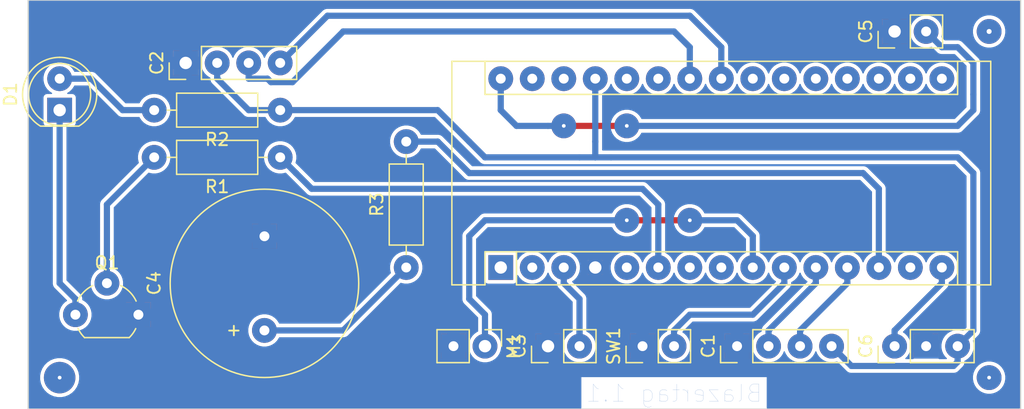
<source format=kicad_pcb>
(kicad_pcb (version 20171130) (host pcbnew "(5.1.9-0-10_14)")

  (general
    (thickness 1.6)
    (drawings 4)
    (tracks 105)
    (zones 0)
    (modules 14)
    (nets 18)
  )

  (page A4)
  (layers
    (0 F.Cu signal)
    (31 B.Cu signal)
    (32 B.Adhes user hide)
    (33 F.Adhes user hide)
    (34 B.Paste user)
    (35 F.Paste user hide)
    (36 B.SilkS user)
    (37 F.SilkS user)
    (38 B.Mask user)
    (39 F.Mask user)
    (40 Dwgs.User user hide)
    (41 Cmts.User user hide)
    (42 Eco1.User user hide)
    (43 Eco2.User user hide)
    (44 Edge.Cuts user hide)
    (45 Margin user hide)
    (46 B.CrtYd user hide)
    (47 F.CrtYd user)
    (48 B.Fab user hide)
    (49 F.Fab user hide)
  )

  (setup
    (last_trace_width 0.5)
    (trace_clearance 0.3)
    (zone_clearance 0)
    (zone_45_only no)
    (trace_min 0.2)
    (via_size 2)
    (via_drill 0.3)
    (via_min_size 0.4)
    (via_min_drill 0.3)
    (uvia_size 0.3)
    (uvia_drill 0.2)
    (uvias_allowed no)
    (uvia_min_size 0.2)
    (uvia_min_drill 0.1)
    (edge_width 0.05)
    (segment_width 0.2)
    (pcb_text_width 0.3)
    (pcb_text_size 1.5 1.5)
    (mod_edge_width 0.12)
    (mod_text_size 1 1)
    (mod_text_width 0.15)
    (pad_size 2 2)
    (pad_drill 0.8)
    (pad_to_mask_clearance 0)
    (aux_axis_origin 0 0)
    (visible_elements FFFFFF7F)
    (pcbplotparams
      (layerselection 0x00000_fffffffe)
      (usegerberextensions false)
      (usegerberattributes true)
      (usegerberadvancedattributes true)
      (creategerberjobfile true)
      (excludeedgelayer false)
      (linewidth 0.200000)
      (plotframeref false)
      (viasonmask false)
      (mode 1)
      (useauxorigin false)
      (hpglpennumber 1)
      (hpglpenspeed 20)
      (hpglpendiameter 15.000000)
      (psnegative false)
      (psa4output false)
      (plotreference true)
      (plotvalue true)
      (plotinvisibletext true)
      (padsonsilk true)
      (subtractmaskfromsilk false)
      (outputformat 3)
      (mirror false)
      (drillshape 1)
      (scaleselection 1)
      (outputdirectory "plot/"))
  )

  (net 0 "")
  (net 1 "Net-(A1-Pad15)")
  (net 2 +9V)
  (net 3 GND)
  (net 4 "Net-(A1-Pad13)")
  (net 5 "Net-(A1-Pad12)")
  (net 6 +5V)
  (net 7 "Net-(A1-Pad11)")
  (net 8 "Net-(A1-Pad10)")
  (net 9 "Net-(A1-Pad9)")
  (net 10 "Net-(A1-Pad24)")
  (net 11 "Net-(A1-Pad23)")
  (net 12 "Net-(A1-Pad6)")
  (net 13 "Net-(A1-Pad3)")
  (net 14 "Net-(D1-Pad2)")
  (net 15 "Net-(D1-Pad1)")
  (net 16 "Net-(Q1-Pad2)")
  (net 17 "Net-(C4-Pad1)")

  (net_class Default "This is the default net class."
    (clearance 0.3)
    (trace_width 0.5)
    (via_dia 2)
    (via_drill 0.3)
    (uvia_dia 0.3)
    (uvia_drill 0.2)
    (diff_pair_width 0.3)
    (diff_pair_gap 0.3)
    (add_net +5V)
    (add_net +9V)
    (add_net GND)
    (add_net "Net-(A1-Pad10)")
    (add_net "Net-(A1-Pad11)")
    (add_net "Net-(A1-Pad12)")
    (add_net "Net-(A1-Pad13)")
    (add_net "Net-(A1-Pad15)")
    (add_net "Net-(A1-Pad23)")
    (add_net "Net-(A1-Pad24)")
    (add_net "Net-(A1-Pad3)")
    (add_net "Net-(A1-Pad6)")
    (add_net "Net-(A1-Pad9)")
    (add_net "Net-(C4-Pad1)")
    (add_net "Net-(D1-Pad1)")
    (add_net "Net-(D1-Pad2)")
    (add_net "Net-(Q1-Pad2)")
  )

  (module Connector_PinHeader_2.54mm:PinHeader_1x04_P2.54mm_Vertical (layer F.Cu) (tedit 615C0D85) (tstamp 61580FDF)
    (at 162.56 85.09 90)
    (descr "Through hole straight pin header, 1x04, 2.54mm pitch, single row")
    (tags "Through hole pin header THT 1x04 2.54mm single row")
    (path /615811FB)
    (fp_text reference C1 (at 0 -2.33 90) (layer F.SilkS)
      (effects (font (size 1 1) (thickness 0.15)))
    )
    (fp_text value LEDSTRIP (at 0 9.95 90) (layer F.Fab)
      (effects (font (size 1 1) (thickness 0.15)))
    )
    (fp_line (start -0.635 -1.27) (end 1.27 -1.27) (layer F.Fab) (width 0.1))
    (fp_line (start 1.27 -1.27) (end 1.27 8.89) (layer F.Fab) (width 0.1))
    (fp_line (start 1.27 8.89) (end -1.27 8.89) (layer F.Fab) (width 0.1))
    (fp_line (start -1.27 8.89) (end -1.27 -0.635) (layer F.Fab) (width 0.1))
    (fp_line (start -1.27 -0.635) (end -0.635 -1.27) (layer F.Fab) (width 0.1))
    (fp_line (start -1.33 8.95) (end 1.33 8.95) (layer F.SilkS) (width 0.12))
    (fp_line (start -1.33 1.27) (end -1.33 8.95) (layer F.SilkS) (width 0.12))
    (fp_line (start 1.33 1.27) (end 1.33 8.95) (layer F.SilkS) (width 0.12))
    (fp_line (start -1.33 1.27) (end 1.33 1.27) (layer F.SilkS) (width 0.12))
    (fp_line (start -1.33 0) (end -1.33 -1.33) (layer F.SilkS) (width 0.12))
    (fp_line (start -1.33 -1.33) (end 0 -1.33) (layer F.SilkS) (width 0.12))
    (fp_line (start -1.8 -1.8) (end -1.8 9.4) (layer F.CrtYd) (width 0.05))
    (fp_line (start -1.8 9.4) (end 1.8 9.4) (layer F.CrtYd) (width 0.05))
    (fp_line (start 1.8 9.4) (end 1.8 -1.8) (layer F.CrtYd) (width 0.05))
    (fp_line (start 1.8 -1.8) (end -1.8 -1.8) (layer F.CrtYd) (width 0.05))
    (fp_text user %R (at 0 3.81) (layer F.Fab)
      (effects (font (size 1 1) (thickness 0.15)))
    )
    (pad 4 thru_hole circle (at 0 7.62 90) (size 2 2) (drill 0.8) (layers *.Cu *.Mask)
      (net 6 +5V))
    (pad 3 thru_hole circle (at 0 5.08 90) (size 2 2) (drill 0.8) (layers *.Cu *.Mask)
      (net 5 "Net-(A1-Pad12)"))
    (pad 2 thru_hole circle (at 0 2.54 90) (size 2 2) (drill 0.8) (layers *.Cu *.Mask)
      (net 7 "Net-(A1-Pad11)"))
    (pad 1 thru_hole rect (at 0 0 90) (size 2 2) (drill 0.8) (layers *.Cu *.Mask)
      (net 3 GND))
    (model ${KISYS3DMOD}/Connector_PinHeader_2.54mm.3dshapes/PinHeader_1x04_P2.54mm_Vertical.wrl
      (at (xyz 0 0 0))
      (scale (xyz 1 1 1))
      (rotate (xyz 0 0 0))
    )
  )

  (module Module:Arduino_Nano (layer F.Cu) (tedit 6159A960) (tstamp 61580FB3)
    (at 143.51 78.74 90)
    (descr "Arduino Nano, http://www.mouser.com/pdfdocs/Gravitech_Arduino_Nano3_0.pdf")
    (tags "Arduino Nano")
    (path /6157F00A)
    (fp_text reference A1 (at 7.62 -5.08 90) (layer F.SilkS) hide
      (effects (font (size 1 1) (thickness 0.15)))
    )
    (fp_text value "Arduino Nano" (at 8.89 19.05) (layer F.Fab)
      (effects (font (size 1 1) (thickness 0.15)))
    )
    (fp_line (start 1.27 1.27) (end 1.27 -1.27) (layer F.SilkS) (width 0.12))
    (fp_line (start 1.27 -1.27) (end -1.4 -1.27) (layer F.SilkS) (width 0.12))
    (fp_line (start -1.4 1.27) (end -1.4 39.5) (layer F.SilkS) (width 0.12))
    (fp_line (start -1.4 -3.94) (end -1.4 -1.27) (layer F.SilkS) (width 0.12))
    (fp_line (start 13.97 -1.27) (end 16.64 -1.27) (layer F.SilkS) (width 0.12))
    (fp_line (start 13.97 -1.27) (end 13.97 36.83) (layer F.SilkS) (width 0.12))
    (fp_line (start 13.97 36.83) (end 16.64 36.83) (layer F.SilkS) (width 0.12))
    (fp_line (start 1.27 1.27) (end -1.4 1.27) (layer F.SilkS) (width 0.12))
    (fp_line (start 1.27 1.27) (end 1.27 36.83) (layer F.SilkS) (width 0.12))
    (fp_line (start 1.27 36.83) (end -1.4 36.83) (layer F.SilkS) (width 0.12))
    (fp_line (start 3.81 31.75) (end 11.43 31.75) (layer F.Fab) (width 0.1))
    (fp_line (start 11.43 31.75) (end 11.43 41.91) (layer F.Fab) (width 0.1))
    (fp_line (start 11.43 41.91) (end 3.81 41.91) (layer F.Fab) (width 0.1))
    (fp_line (start 3.81 41.91) (end 3.81 31.75) (layer F.Fab) (width 0.1))
    (fp_line (start -1.4 39.5) (end 16.64 39.5) (layer F.SilkS) (width 0.12))
    (fp_line (start 16.64 39.5) (end 16.64 -3.94) (layer F.SilkS) (width 0.12))
    (fp_line (start 16.64 -3.94) (end -1.4 -3.94) (layer F.SilkS) (width 0.12))
    (fp_line (start 16.51 39.37) (end -1.27 39.37) (layer F.Fab) (width 0.1))
    (fp_line (start -1.27 39.37) (end -1.27 -2.54) (layer F.Fab) (width 0.1))
    (fp_line (start -1.27 -2.54) (end 0 -3.81) (layer F.Fab) (width 0.1))
    (fp_line (start 0 -3.81) (end 16.51 -3.81) (layer F.Fab) (width 0.1))
    (fp_line (start 16.51 -3.81) (end 16.51 39.37) (layer F.Fab) (width 0.1))
    (fp_line (start -1.53 -4.06) (end 16.75 -4.06) (layer F.CrtYd) (width 0.05))
    (fp_line (start -1.53 -4.06) (end -1.53 42.16) (layer F.CrtYd) (width 0.05))
    (fp_line (start 16.75 42.16) (end 16.75 -4.06) (layer F.CrtYd) (width 0.05))
    (fp_line (start 16.75 42.16) (end -1.53 42.16) (layer F.CrtYd) (width 0.05))
    (fp_text user %R (at 6.35 19.05) (layer F.Fab)
      (effects (font (size 1 1) (thickness 0.15)))
    )
    (pad 16 thru_hole circle (at 15.24 35.56 90) (size 2 2) (drill 0.8) (layers *.Cu *.Mask))
    (pad 15 thru_hole circle (at 0 35.56 90) (size 2 2) (drill 0.8) (layers *.Cu *.Mask)
      (net 1 "Net-(A1-Pad15)"))
    (pad 30 thru_hole circle (at 15.24 0 90) (size 2 2) (drill 0.8) (layers *.Cu *.Mask)
      (net 2 +9V))
    (pad 14 thru_hole circle (at 0 33.02 90) (size 2 2) (drill 0.8) (layers *.Cu *.Mask))
    (pad 29 thru_hole circle (at 15.24 2.54 90) (size 2 2) (drill 0.8) (layers *.Cu *.Mask))
    (pad 13 thru_hole circle (at 0 30.48 90) (size 2 2) (drill 0.8) (layers *.Cu *.Mask)
      (net 4 "Net-(A1-Pad13)"))
    (pad 28 thru_hole circle (at 15.24 5.08 90) (size 2 2) (drill 0.8) (layers *.Cu *.Mask))
    (pad 12 thru_hole circle (at 0 27.94 90) (size 2 2) (drill 0.8) (layers *.Cu *.Mask)
      (net 5 "Net-(A1-Pad12)"))
    (pad 27 thru_hole circle (at 15.24 7.62 90) (size 2 2) (drill 0.8) (layers *.Cu *.Mask)
      (net 6 +5V))
    (pad 11 thru_hole circle (at 0 25.4 90) (size 2 2) (drill 0.8) (layers *.Cu *.Mask)
      (net 7 "Net-(A1-Pad11)"))
    (pad 26 thru_hole circle (at 15.24 10.16 90) (size 2 2) (drill 0.8) (layers *.Cu *.Mask))
    (pad 10 thru_hole circle (at 0 22.86 90) (size 2 2) (drill 0.8) (layers *.Cu *.Mask)
      (net 8 "Net-(A1-Pad10)"))
    (pad 25 thru_hole circle (at 15.24 12.7 90) (size 2 2) (drill 0.8) (layers *.Cu *.Mask))
    (pad 9 thru_hole circle (at 0 20.32 90) (size 2 2) (drill 0.8) (layers *.Cu *.Mask)
      (net 9 "Net-(A1-Pad9)"))
    (pad 24 thru_hole circle (at 15.24 15.24 90) (size 2 2) (drill 0.8) (layers *.Cu *.Mask)
      (net 10 "Net-(A1-Pad24)"))
    (pad 8 thru_hole circle (at 0 17.78 90) (size 2 2) (drill 0.8) (layers *.Cu *.Mask))
    (pad 23 thru_hole circle (at 15.24 17.78 90) (size 2 2) (drill 0.8) (layers *.Cu *.Mask)
      (net 11 "Net-(A1-Pad23)"))
    (pad 7 thru_hole circle (at 0 15.24 90) (size 2 2) (drill 0.8) (layers *.Cu *.Mask))
    (pad 22 thru_hole circle (at 15.24 20.32 90) (size 2 2) (drill 0.8) (layers *.Cu *.Mask))
    (pad 6 thru_hole circle (at 0 12.7 90) (size 2 2) (drill 0.8) (layers *.Cu *.Mask)
      (net 12 "Net-(A1-Pad6)"))
    (pad 21 thru_hole circle (at 15.24 22.86 90) (size 2 2) (drill 0.8) (layers *.Cu *.Mask))
    (pad 5 thru_hole circle (at 0 10.16 90) (size 2 2) (drill 0.8) (layers *.Cu *.Mask))
    (pad 20 thru_hole circle (at 15.24 25.4 90) (size 2 2) (drill 0.8) (layers *.Cu *.Mask))
    (pad 4 thru_hole oval (at 0 7.62 90) (size 1.6 1.6) (drill 1) (layers *.Cu *.Mask)
      (net 3 GND))
    (pad 19 thru_hole circle (at 15.24 27.94 90) (size 2 2) (drill 0.8) (layers *.Cu *.Mask))
    (pad 3 thru_hole circle (at 0 5.08 90) (size 2 2) (drill 0.8) (layers *.Cu *.Mask)
      (net 13 "Net-(A1-Pad3)"))
    (pad 18 thru_hole circle (at 15.24 30.48 90) (size 2 2) (drill 0.8) (layers *.Cu *.Mask))
    (pad 2 thru_hole circle (at 0 2.54 90) (size 2 2) (drill 0.8) (layers *.Cu *.Mask))
    (pad 17 thru_hole circle (at 15.24 33.02 90) (size 2 2) (drill 0.8) (layers *.Cu *.Mask))
    (pad 1 thru_hole rect (at 0 0 90) (size 2 2) (drill 1) (layers *.Cu *.Mask))
    (model ${KISYS3DMOD}/Module.3dshapes/Arduino_Nano_WithMountingHoles.wrl
      (at (xyz 0 0 0))
      (scale (xyz 1 1 1))
      (rotate (xyz 0 0 0))
    )
  )

  (module Connector_PinHeader_2.54mm:PinHeader_1x02_P2.54mm_Vertical (layer F.Cu) (tedit 615C0CA6) (tstamp 615C0A15)
    (at 142.24 85.09 270)
    (descr "Through hole straight pin header, 1x02, 2.54mm pitch, single row")
    (tags "Through hole pin header THT 1x02 2.54mm single row")
    (path /616B8A90)
    (fp_text reference M1 (at 0 -2.33 90) (layer F.SilkS)
      (effects (font (size 1 1) (thickness 0.15)))
    )
    (fp_text value Vibrator (at 0 4.87 90) (layer F.Fab)
      (effects (font (size 1 1) (thickness 0.15)))
    )
    (fp_line (start 1.8 -1.8) (end -1.8 -1.8) (layer F.CrtYd) (width 0.05))
    (fp_line (start 1.8 4.35) (end 1.8 -1.8) (layer F.CrtYd) (width 0.05))
    (fp_line (start -1.8 4.35) (end 1.8 4.35) (layer F.CrtYd) (width 0.05))
    (fp_line (start -1.8 -1.8) (end -1.8 4.35) (layer F.CrtYd) (width 0.05))
    (fp_line (start -1.33 -1.33) (end 0 -1.33) (layer F.SilkS) (width 0.12))
    (fp_line (start -1.33 0) (end -1.33 -1.33) (layer F.SilkS) (width 0.12))
    (fp_line (start -1.33 1.27) (end 1.33 1.27) (layer F.SilkS) (width 0.12))
    (fp_line (start 1.33 1.27) (end 1.33 3.87) (layer F.SilkS) (width 0.12))
    (fp_line (start -1.33 1.27) (end -1.33 3.87) (layer F.SilkS) (width 0.12))
    (fp_line (start -1.33 3.87) (end 1.33 3.87) (layer F.SilkS) (width 0.12))
    (fp_line (start -1.27 -0.635) (end -0.635 -1.27) (layer F.Fab) (width 0.1))
    (fp_line (start -1.27 3.81) (end -1.27 -0.635) (layer F.Fab) (width 0.1))
    (fp_line (start 1.27 3.81) (end -1.27 3.81) (layer F.Fab) (width 0.1))
    (fp_line (start 1.27 -1.27) (end 1.27 3.81) (layer F.Fab) (width 0.1))
    (fp_line (start -0.635 -1.27) (end 1.27 -1.27) (layer F.Fab) (width 0.1))
    (fp_text user %R (at 0 1.27) (layer F.Fab)
      (effects (font (size 1 1) (thickness 0.15)))
    )
    (pad 2 thru_hole rect (at 0 2.54 270) (size 2 2) (drill 0.8) (layers *.Cu *.Mask)
      (net 3 GND))
    (pad 1 thru_hole circle (at 0 0 270) (size 2 2) (drill 1) (layers *.Cu *.Mask)
      (net 9 "Net-(A1-Pad9)"))
    (model ${KISYS3DMOD}/Connector_PinHeader_2.54mm.3dshapes/PinHeader_1x02_P2.54mm_Vertical.wrl
      (at (xyz 0 0 0))
      (scale (xyz 1 1 1))
      (rotate (xyz 0 0 0))
    )
  )

  (module Buzzer_Beeper:Buzzer_15x7.5RM7.6 (layer F.Cu) (tedit 615C0DF8) (tstamp 6159499A)
    (at 124.46 83.82 90)
    (descr "Generic Buzzer, D15mm height 7.5mm with RM7.6mm")
    (tags buzzer)
    (path /615FDD4B)
    (fp_text reference C4 (at 3.81 -8.89 90) (layer F.SilkS)
      (effects (font (size 1 1) (thickness 0.15)))
    )
    (fp_text value Buzzer (at 3.81 8.89 90) (layer F.Fab)
      (effects (font (size 1 1) (thickness 0.15)))
    )
    (fp_circle (center 3.8 0) (end 11.4 0) (layer F.SilkS) (width 0.12))
    (fp_circle (center 3.8 0) (end 4.8 0) (layer F.Fab) (width 0.1))
    (fp_circle (center 3.8 0) (end 11.3 0) (layer F.Fab) (width 0.1))
    (fp_circle (center 3.8 0) (end 11.55 0) (layer F.CrtYd) (width 0.05))
    (fp_text user %R (at 3.8 -4 90) (layer F.Fab)
      (effects (font (size 1 1) (thickness 0.15)))
    )
    (fp_text user + (at -0.01 -2.54 90) (layer F.SilkS)
      (effects (font (size 1 1) (thickness 0.15)))
    )
    (fp_text user + (at -0.01 -2.54 90) (layer F.Fab)
      (effects (font (size 1 1) (thickness 0.15)))
    )
    (pad 2 thru_hole rect (at 7.6 0 90) (size 2 2) (drill 0.8) (layers *.Cu *.Mask)
      (net 3 GND))
    (pad 1 thru_hole circle (at 0 0 90) (size 2 2) (drill 0.8) (layers *.Cu *.Mask)
      (net 17 "Net-(C4-Pad1)"))
    (model ${KISYS3DMOD}/Buzzer_Beeper.3dshapes/Buzzer_15x7.5RM7.6.wrl
      (at (xyz 0 0 0))
      (scale (xyz 1 1 1))
      (rotate (xyz 0 0 0))
    )
  )

  (module Connector_PinHeader_2.54mm:PinHeader_1x03_P2.54mm_Vertical (layer F.Cu) (tedit 615C0D7C) (tstamp 6159D60A)
    (at 175.26 85.09 90)
    (descr "Through hole straight pin header, 1x03, 2.54mm pitch, single row")
    (tags "Through hole pin header THT 1x03 2.54mm single row")
    (path /616851B9)
    (fp_text reference C6 (at 0 -2.33 90) (layer F.SilkS)
      (effects (font (size 1 1) (thickness 0.15)))
    )
    (fp_text value "IR RECV" (at 0 7.41 90) (layer F.Fab)
      (effects (font (size 1 1) (thickness 0.15)))
    )
    (fp_line (start 1.8 -1.8) (end -1.8 -1.8) (layer F.CrtYd) (width 0.05))
    (fp_line (start 1.8 6.85) (end 1.8 -1.8) (layer F.CrtYd) (width 0.05))
    (fp_line (start -1.8 6.85) (end 1.8 6.85) (layer F.CrtYd) (width 0.05))
    (fp_line (start -1.8 -1.8) (end -1.8 6.85) (layer F.CrtYd) (width 0.05))
    (fp_line (start -1.33 -1.33) (end 0 -1.33) (layer F.SilkS) (width 0.12))
    (fp_line (start -1.33 0) (end -1.33 -1.33) (layer F.SilkS) (width 0.12))
    (fp_line (start -1.33 1.27) (end 1.33 1.27) (layer F.SilkS) (width 0.12))
    (fp_line (start 1.33 1.27) (end 1.33 6.41) (layer F.SilkS) (width 0.12))
    (fp_line (start -1.33 1.27) (end -1.33 6.41) (layer F.SilkS) (width 0.12))
    (fp_line (start -1.33 6.41) (end 1.33 6.41) (layer F.SilkS) (width 0.12))
    (fp_line (start -1.27 -0.635) (end -0.635 -1.27) (layer F.Fab) (width 0.1))
    (fp_line (start -1.27 6.35) (end -1.27 -0.635) (layer F.Fab) (width 0.1))
    (fp_line (start 1.27 6.35) (end -1.27 6.35) (layer F.Fab) (width 0.1))
    (fp_line (start 1.27 -1.27) (end 1.27 6.35) (layer F.Fab) (width 0.1))
    (fp_line (start -0.635 -1.27) (end 1.27 -1.27) (layer F.Fab) (width 0.1))
    (fp_text user %R (at 0 2.54) (layer F.Fab)
      (effects (font (size 1 1) (thickness 0.15)))
    )
    (pad 3 thru_hole circle (at 0 5.08 90) (size 2 2) (drill 0.8) (layers *.Cu *.Mask)
      (net 6 +5V))
    (pad 2 thru_hole rect (at 0 2.54 90) (size 2 2) (drill 0.8) (layers *.Cu *.Mask)
      (net 3 GND))
    (pad 1 thru_hole circle (at 0 0 90) (size 2 2) (drill 0.8) (layers *.Cu *.Mask)
      (net 1 "Net-(A1-Pad15)"))
    (model ${KISYS3DMOD}/Connector_PinHeader_2.54mm.3dshapes/PinHeader_1x03_P2.54mm_Vertical.wrl
      (at (xyz 0 0 0))
      (scale (xyz 1 1 1))
      (rotate (xyz 0 0 0))
    )
  )

  (module Connector_PinHeader_2.54mm:PinHeader_1x02_P2.54mm_Vertical (layer F.Cu) (tedit 615C0D9A) (tstamp 6158566B)
    (at 154.94 85.09 90)
    (descr "Through hole straight pin header, 1x02, 2.54mm pitch, single row")
    (tags "Through hole pin header THT 1x02 2.54mm single row")
    (path /615BB13B)
    (fp_text reference SW1 (at 0 -2.33 90) (layer F.SilkS)
      (effects (font (size 1 1) (thickness 0.15)))
    )
    (fp_text value RESET (at 0 4.87 90) (layer F.Fab)
      (effects (font (size 1 1) (thickness 0.15)))
    )
    (fp_line (start -0.635 -1.27) (end 1.27 -1.27) (layer F.Fab) (width 0.1))
    (fp_line (start 1.27 -1.27) (end 1.27 3.81) (layer F.Fab) (width 0.1))
    (fp_line (start 1.27 3.81) (end -1.27 3.81) (layer F.Fab) (width 0.1))
    (fp_line (start -1.27 3.81) (end -1.27 -0.635) (layer F.Fab) (width 0.1))
    (fp_line (start -1.27 -0.635) (end -0.635 -1.27) (layer F.Fab) (width 0.1))
    (fp_line (start -1.33 3.87) (end 1.33 3.87) (layer F.SilkS) (width 0.12))
    (fp_line (start -1.33 1.27) (end -1.33 3.87) (layer F.SilkS) (width 0.12))
    (fp_line (start 1.33 1.27) (end 1.33 3.87) (layer F.SilkS) (width 0.12))
    (fp_line (start -1.33 1.27) (end 1.33 1.27) (layer F.SilkS) (width 0.12))
    (fp_line (start -1.33 0) (end -1.33 -1.33) (layer F.SilkS) (width 0.12))
    (fp_line (start -1.33 -1.33) (end 0 -1.33) (layer F.SilkS) (width 0.12))
    (fp_line (start -1.8 -1.8) (end -1.8 4.35) (layer F.CrtYd) (width 0.05))
    (fp_line (start -1.8 4.35) (end 1.8 4.35) (layer F.CrtYd) (width 0.05))
    (fp_line (start 1.8 4.35) (end 1.8 -1.8) (layer F.CrtYd) (width 0.05))
    (fp_line (start 1.8 -1.8) (end -1.8 -1.8) (layer F.CrtYd) (width 0.05))
    (fp_text user %R (at 0 1.27) (layer F.Fab)
      (effects (font (size 1 1) (thickness 0.15)))
    )
    (pad 2 thru_hole circle (at 0 2.54 90) (size 2 2) (drill 0.8) (layers *.Cu *.Mask)
      (net 8 "Net-(A1-Pad10)"))
    (pad 1 thru_hole rect (at 0 0 90) (size 2 2) (drill 0.8) (layers *.Cu *.Mask)
      (net 3 GND))
    (model ${KISYS3DMOD}/Connector_PinHeader_2.54mm.3dshapes/PinHeader_1x02_P2.54mm_Vertical.wrl
      (at (xyz 0 0 0))
      (scale (xyz 1 1 1))
      (rotate (xyz 0 0 0))
    )
  )

  (module Package_TO_SOT_THT:TO-92_Wide (layer F.Cu) (tedit 615C0E13) (tstamp 6158100B)
    (at 109.22 82.55)
    (descr "TO-92 leads molded, wide, drill 0.75mm (see NXP sot054_po.pdf)")
    (tags "to-92 sc-43 sc-43a sot54 PA33 transistor")
    (path /615A46FC)
    (fp_text reference Q1 (at 2.55 -4.19) (layer F.SilkS)
      (effects (font (size 1 1) (thickness 0.15)))
    )
    (fp_text value BC548 (at 2.54 2.79) (layer F.Fab)
      (effects (font (size 1 1) (thickness 0.15)))
    )
    (fp_line (start 0.74 1.85) (end 4.34 1.85) (layer F.SilkS) (width 0.12))
    (fp_line (start 0.8 1.75) (end 4.3 1.75) (layer F.Fab) (width 0.1))
    (fp_line (start -1.01 -3.55) (end 6.09 -3.55) (layer F.CrtYd) (width 0.05))
    (fp_line (start -1.01 -3.55) (end -1.01 2.01) (layer F.CrtYd) (width 0.05))
    (fp_line (start 6.09 2.01) (end 6.09 -3.55) (layer F.CrtYd) (width 0.05))
    (fp_line (start 6.09 2.01) (end -1.01 2.01) (layer F.CrtYd) (width 0.05))
    (fp_arc (start 2.54 0) (end 4.34 1.85) (angle -20) (layer F.SilkS) (width 0.12))
    (fp_arc (start 2.54 0) (end 2.54 -2.48) (angle -135) (layer F.Fab) (width 0.1))
    (fp_arc (start 2.54 0) (end 2.54 -2.48) (angle 135) (layer F.Fab) (width 0.1))
    (fp_arc (start 2.54 0) (end 3.65 -2.35) (angle 39.71668247) (layer F.SilkS) (width 0.12))
    (fp_arc (start 2.54 0) (end 1.4 -2.35) (angle -39.12170074) (layer F.SilkS) (width 0.12))
    (fp_arc (start 2.54 0) (end 0.74 1.85) (angle 20) (layer F.SilkS) (width 0.12))
    (fp_text user %R (at 2.54 0) (layer F.Fab)
      (effects (font (size 1 1) (thickness 0.15)))
    )
    (pad 1 thru_hole circle (at 0 0) (size 2 2) (drill 0.8) (layers *.Cu *.Mask)
      (net 15 "Net-(D1-Pad1)"))
    (pad 3 thru_hole rect (at 5.08 0) (size 2 2) (drill 0.8) (layers *.Cu *.Mask)
      (net 3 GND))
    (pad 2 thru_hole circle (at 2.54 -2.54) (size 2 2) (drill 0.8) (layers *.Cu *.Mask)
      (net 16 "Net-(Q1-Pad2)"))
    (model ${KISYS3DMOD}/Package_TO_SOT_THT.3dshapes/TO-92_Wide.wrl
      (at (xyz 0 0 0))
      (scale (xyz 1 1 1))
      (rotate (xyz 0 0 0))
    )
  )

  (module Connector_PinHeader_2.54mm:PinHeader_1x02_P2.54mm_Vertical (layer F.Cu) (tedit 59FED5CC) (tstamp 6159A50D)
    (at 175.26 59.69 90)
    (descr "Through hole straight pin header, 1x02, 2.54mm pitch, single row")
    (tags "Through hole pin header THT 1x02 2.54mm single row")
    (path /6162F661)
    (fp_text reference C5 (at 0 -2.33 90) (layer F.SilkS)
      (effects (font (size 1 1) (thickness 0.15)))
    )
    (fp_text value Power (at 0 4.87 90) (layer F.Fab)
      (effects (font (size 1 1) (thickness 0.15)))
    )
    (fp_line (start -0.635 -1.27) (end 1.27 -1.27) (layer F.Fab) (width 0.1))
    (fp_line (start 1.27 -1.27) (end 1.27 3.81) (layer F.Fab) (width 0.1))
    (fp_line (start 1.27 3.81) (end -1.27 3.81) (layer F.Fab) (width 0.1))
    (fp_line (start -1.27 3.81) (end -1.27 -0.635) (layer F.Fab) (width 0.1))
    (fp_line (start -1.27 -0.635) (end -0.635 -1.27) (layer F.Fab) (width 0.1))
    (fp_line (start -1.33 3.87) (end 1.33 3.87) (layer F.SilkS) (width 0.12))
    (fp_line (start -1.33 1.27) (end -1.33 3.87) (layer F.SilkS) (width 0.12))
    (fp_line (start 1.33 1.27) (end 1.33 3.87) (layer F.SilkS) (width 0.12))
    (fp_line (start -1.33 1.27) (end 1.33 1.27) (layer F.SilkS) (width 0.12))
    (fp_line (start -1.33 0) (end -1.33 -1.33) (layer F.SilkS) (width 0.12))
    (fp_line (start -1.33 -1.33) (end 0 -1.33) (layer F.SilkS) (width 0.12))
    (fp_line (start -1.8 -1.8) (end -1.8 4.35) (layer F.CrtYd) (width 0.05))
    (fp_line (start -1.8 4.35) (end 1.8 4.35) (layer F.CrtYd) (width 0.05))
    (fp_line (start 1.8 4.35) (end 1.8 -1.8) (layer F.CrtYd) (width 0.05))
    (fp_line (start 1.8 -1.8) (end -1.8 -1.8) (layer F.CrtYd) (width 0.05))
    (fp_text user %R (at 0 1.27) (layer F.Fab)
      (effects (font (size 1 1) (thickness 0.15)))
    )
    (pad 2 thru_hole circle (at 0 2.54 90) (size 2 2) (drill 0.8) (layers *.Cu *.Mask)
      (net 2 +9V))
    (pad 1 thru_hole rect (at 0 0 90) (size 2 2) (drill 1) (layers *.Cu *.Mask)
      (net 3 GND))
    (model ${KISYS3DMOD}/Connector_PinHeader_2.54mm.3dshapes/PinHeader_1x02_P2.54mm_Vertical.wrl
      (at (xyz 0 0 0))
      (scale (xyz 1 1 1))
      (rotate (xyz 0 0 0))
    )
  )

  (module Connector_PinHeader_2.54mm:PinHeader_1x02_P2.54mm_Vertical (layer F.Cu) (tedit 59FED5CC) (tstamp 61594361)
    (at 147.32 85.09 90)
    (descr "Through hole straight pin header, 1x02, 2.54mm pitch, single row")
    (tags "Through hole pin header THT 1x02 2.54mm single row")
    (path /615F895A)
    (fp_text reference C3 (at 0 -2.33 90) (layer F.SilkS)
      (effects (font (size 1 1) (thickness 0.15)))
    )
    (fp_text value "Reset SW" (at 0 4.87 90) (layer F.Fab)
      (effects (font (size 1 1) (thickness 0.15)))
    )
    (fp_line (start -0.635 -1.27) (end 1.27 -1.27) (layer F.Fab) (width 0.1))
    (fp_line (start 1.27 -1.27) (end 1.27 3.81) (layer F.Fab) (width 0.1))
    (fp_line (start 1.27 3.81) (end -1.27 3.81) (layer F.Fab) (width 0.1))
    (fp_line (start -1.27 3.81) (end -1.27 -0.635) (layer F.Fab) (width 0.1))
    (fp_line (start -1.27 -0.635) (end -0.635 -1.27) (layer F.Fab) (width 0.1))
    (fp_line (start -1.33 3.87) (end 1.33 3.87) (layer F.SilkS) (width 0.12))
    (fp_line (start -1.33 1.27) (end -1.33 3.87) (layer F.SilkS) (width 0.12))
    (fp_line (start 1.33 1.27) (end 1.33 3.87) (layer F.SilkS) (width 0.12))
    (fp_line (start -1.33 1.27) (end 1.33 1.27) (layer F.SilkS) (width 0.12))
    (fp_line (start -1.33 0) (end -1.33 -1.33) (layer F.SilkS) (width 0.12))
    (fp_line (start -1.33 -1.33) (end 0 -1.33) (layer F.SilkS) (width 0.12))
    (fp_line (start -1.8 -1.8) (end -1.8 4.35) (layer F.CrtYd) (width 0.05))
    (fp_line (start -1.8 4.35) (end 1.8 4.35) (layer F.CrtYd) (width 0.05))
    (fp_line (start 1.8 4.35) (end 1.8 -1.8) (layer F.CrtYd) (width 0.05))
    (fp_line (start 1.8 -1.8) (end -1.8 -1.8) (layer F.CrtYd) (width 0.05))
    (fp_text user %R (at 0 1.27) (layer F.Fab)
      (effects (font (size 1 1) (thickness 0.15)))
    )
    (pad 2 thru_hole circle (at 0 2.54 90) (size 2 2) (drill 0.8) (layers *.Cu *.Mask)
      (net 13 "Net-(A1-Pad3)"))
    (pad 1 thru_hole rect (at 0 0 90) (size 2 2) (drill 1) (layers *.Cu *.Mask)
      (net 3 GND))
    (model ${KISYS3DMOD}/Connector_PinHeader_2.54mm.3dshapes/PinHeader_1x02_P2.54mm_Vertical.wrl
      (at (xyz 0 0 0))
      (scale (xyz 1 1 1))
      (rotate (xyz 0 0 0))
    )
  )

  (module Connector_PinHeader_2.54mm:PinHeader_1x04_P2.54mm_Vertical (layer F.Cu) (tedit 59FED5CC) (tstamp 61580FF9)
    (at 118.11 62.23 90)
    (descr "Through hole straight pin header, 1x04, 2.54mm pitch, single row")
    (tags "Through hole pin header THT 1x04 2.54mm single row")
    (path /6159D7B0)
    (fp_text reference C2 (at 0 -2.33 90) (layer F.SilkS)
      (effects (font (size 1 1) (thickness 0.15)))
    )
    (fp_text value OLED (at 0 9.95 90) (layer F.Fab)
      (effects (font (size 1 1) (thickness 0.15)))
    )
    (fp_line (start -0.635 -1.27) (end 1.27 -1.27) (layer F.Fab) (width 0.1))
    (fp_line (start 1.27 -1.27) (end 1.27 8.89) (layer F.Fab) (width 0.1))
    (fp_line (start 1.27 8.89) (end -1.27 8.89) (layer F.Fab) (width 0.1))
    (fp_line (start -1.27 8.89) (end -1.27 -0.635) (layer F.Fab) (width 0.1))
    (fp_line (start -1.27 -0.635) (end -0.635 -1.27) (layer F.Fab) (width 0.1))
    (fp_line (start -1.33 8.95) (end 1.33 8.95) (layer F.SilkS) (width 0.12))
    (fp_line (start -1.33 1.27) (end -1.33 8.95) (layer F.SilkS) (width 0.12))
    (fp_line (start 1.33 1.27) (end 1.33 8.95) (layer F.SilkS) (width 0.12))
    (fp_line (start -1.33 1.27) (end 1.33 1.27) (layer F.SilkS) (width 0.12))
    (fp_line (start -1.33 0) (end -1.33 -1.33) (layer F.SilkS) (width 0.12))
    (fp_line (start -1.33 -1.33) (end 0 -1.33) (layer F.SilkS) (width 0.12))
    (fp_line (start -1.8 -1.8) (end -1.8 9.4) (layer F.CrtYd) (width 0.05))
    (fp_line (start -1.8 9.4) (end 1.8 9.4) (layer F.CrtYd) (width 0.05))
    (fp_line (start 1.8 9.4) (end 1.8 -1.8) (layer F.CrtYd) (width 0.05))
    (fp_line (start 1.8 -1.8) (end -1.8 -1.8) (layer F.CrtYd) (width 0.05))
    (fp_text user %R (at 0 3.81) (layer F.Fab)
      (effects (font (size 1 1) (thickness 0.15)))
    )
    (pad 4 thru_hole circle (at 0 7.62 90) (size 2 2) (drill 0.8) (layers *.Cu *.Mask)
      (net 11 "Net-(A1-Pad23)"))
    (pad 3 thru_hole circle (at 0 5.08 90) (size 2 2) (drill 0.8) (layers *.Cu *.Mask)
      (net 10 "Net-(A1-Pad24)"))
    (pad 2 thru_hole circle (at 0 2.54 90) (size 2 2) (drill 0.8) (layers *.Cu *.Mask)
      (net 6 +5V))
    (pad 1 thru_hole rect (at 0 0 90) (size 2 2) (drill 1) (layers *.Cu *.Mask)
      (net 3 GND))
    (model ${KISYS3DMOD}/Connector_PinHeader_2.54mm.3dshapes/PinHeader_1x04_P2.54mm_Vertical.wrl
      (at (xyz 0 0 0))
      (scale (xyz 1 1 1))
      (rotate (xyz 0 0 0))
    )
  )

  (module Resistor_THT:R_Axial_DIN0207_L6.3mm_D2.5mm_P10.16mm_Horizontal (layer F.Cu) (tedit 5AE5139B) (tstamp 61594A2B)
    (at 135.89 78.74 90)
    (descr "Resistor, Axial_DIN0207 series, Axial, Horizontal, pin pitch=10.16mm, 0.25W = 1/4W, length*diameter=6.3*2.5mm^2, http://cdn-reichelt.de/documents/datenblatt/B400/1_4W%23YAG.pdf")
    (tags "Resistor Axial_DIN0207 series Axial Horizontal pin pitch 10.16mm 0.25W = 1/4W length 6.3mm diameter 2.5mm")
    (path /61605B1A)
    (fp_text reference R3 (at 5.08 -2.37 90) (layer F.SilkS)
      (effects (font (size 1 1) (thickness 0.15)))
    )
    (fp_text value 100 (at 5.08 2.37 90) (layer F.Fab)
      (effects (font (size 1 1) (thickness 0.15)))
    )
    (fp_line (start 1.93 -1.25) (end 1.93 1.25) (layer F.Fab) (width 0.1))
    (fp_line (start 1.93 1.25) (end 8.23 1.25) (layer F.Fab) (width 0.1))
    (fp_line (start 8.23 1.25) (end 8.23 -1.25) (layer F.Fab) (width 0.1))
    (fp_line (start 8.23 -1.25) (end 1.93 -1.25) (layer F.Fab) (width 0.1))
    (fp_line (start 0 0) (end 1.93 0) (layer F.Fab) (width 0.1))
    (fp_line (start 10.16 0) (end 8.23 0) (layer F.Fab) (width 0.1))
    (fp_line (start 1.81 -1.37) (end 1.81 1.37) (layer F.SilkS) (width 0.12))
    (fp_line (start 1.81 1.37) (end 8.35 1.37) (layer F.SilkS) (width 0.12))
    (fp_line (start 8.35 1.37) (end 8.35 -1.37) (layer F.SilkS) (width 0.12))
    (fp_line (start 8.35 -1.37) (end 1.81 -1.37) (layer F.SilkS) (width 0.12))
    (fp_line (start 1.04 0) (end 1.81 0) (layer F.SilkS) (width 0.12))
    (fp_line (start 9.12 0) (end 8.35 0) (layer F.SilkS) (width 0.12))
    (fp_line (start -1.05 -1.5) (end -1.05 1.5) (layer F.CrtYd) (width 0.05))
    (fp_line (start -1.05 1.5) (end 11.21 1.5) (layer F.CrtYd) (width 0.05))
    (fp_line (start 11.21 1.5) (end 11.21 -1.5) (layer F.CrtYd) (width 0.05))
    (fp_line (start 11.21 -1.5) (end -1.05 -1.5) (layer F.CrtYd) (width 0.05))
    (fp_text user %R (at 5.08 0 90) (layer F.Fab)
      (effects (font (size 1 1) (thickness 0.15)))
    )
    (pad 2 thru_hole circle (at 10.16 0 90) (size 2 2) (drill 0.8) (layers *.Cu *.Mask)
      (net 4 "Net-(A1-Pad13)"))
    (pad 1 thru_hole circle (at 0 0 90) (size 2 2) (drill 0.8) (layers *.Cu *.Mask)
      (net 17 "Net-(C4-Pad1)"))
    (model ${KISYS3DMOD}/Resistor_THT.3dshapes/R_Axial_DIN0207_L6.3mm_D2.5mm_P10.16mm_Horizontal.wrl
      (at (xyz 0 0 0))
      (scale (xyz 1 1 1))
      (rotate (xyz 0 0 0))
    )
  )

  (module Resistor_THT:R_Axial_DIN0207_L6.3mm_D2.5mm_P10.16mm_Horizontal (layer F.Cu) (tedit 5AE5139B) (tstamp 61581039)
    (at 125.73 66.04 180)
    (descr "Resistor, Axial_DIN0207 series, Axial, Horizontal, pin pitch=10.16mm, 0.25W = 1/4W, length*diameter=6.3*2.5mm^2, http://cdn-reichelt.de/documents/datenblatt/B400/1_4W%23YAG.pdf")
    (tags "Resistor Axial_DIN0207 series Axial Horizontal pin pitch 10.16mm 0.25W = 1/4W length 6.3mm diameter 2.5mm")
    (path /615AEC59)
    (fp_text reference R2 (at 5.08 -2.37) (layer F.SilkS)
      (effects (font (size 1 1) (thickness 0.15)))
    )
    (fp_text value 100 (at 5.08 2.37) (layer F.Fab)
      (effects (font (size 1 1) (thickness 0.15)))
    )
    (fp_line (start 1.93 -1.25) (end 1.93 1.25) (layer F.Fab) (width 0.1))
    (fp_line (start 1.93 1.25) (end 8.23 1.25) (layer F.Fab) (width 0.1))
    (fp_line (start 8.23 1.25) (end 8.23 -1.25) (layer F.Fab) (width 0.1))
    (fp_line (start 8.23 -1.25) (end 1.93 -1.25) (layer F.Fab) (width 0.1))
    (fp_line (start 0 0) (end 1.93 0) (layer F.Fab) (width 0.1))
    (fp_line (start 10.16 0) (end 8.23 0) (layer F.Fab) (width 0.1))
    (fp_line (start 1.81 -1.37) (end 1.81 1.37) (layer F.SilkS) (width 0.12))
    (fp_line (start 1.81 1.37) (end 8.35 1.37) (layer F.SilkS) (width 0.12))
    (fp_line (start 8.35 1.37) (end 8.35 -1.37) (layer F.SilkS) (width 0.12))
    (fp_line (start 8.35 -1.37) (end 1.81 -1.37) (layer F.SilkS) (width 0.12))
    (fp_line (start 1.04 0) (end 1.81 0) (layer F.SilkS) (width 0.12))
    (fp_line (start 9.12 0) (end 8.35 0) (layer F.SilkS) (width 0.12))
    (fp_line (start -1.05 -1.5) (end -1.05 1.5) (layer F.CrtYd) (width 0.05))
    (fp_line (start -1.05 1.5) (end 11.21 1.5) (layer F.CrtYd) (width 0.05))
    (fp_line (start 11.21 1.5) (end 11.21 -1.5) (layer F.CrtYd) (width 0.05))
    (fp_line (start 11.21 -1.5) (end -1.05 -1.5) (layer F.CrtYd) (width 0.05))
    (fp_text user %R (at 5.08 0) (layer F.Fab)
      (effects (font (size 1 1) (thickness 0.15)))
    )
    (pad 2 thru_hole circle (at 10.16 0 180) (size 2 2) (drill 0.8) (layers *.Cu *.Mask)
      (net 14 "Net-(D1-Pad2)"))
    (pad 1 thru_hole circle (at 0 0 180) (size 2 2) (drill 0.8) (layers *.Cu *.Mask)
      (net 6 +5V))
    (model ${KISYS3DMOD}/Resistor_THT.3dshapes/R_Axial_DIN0207_L6.3mm_D2.5mm_P10.16mm_Horizontal.wrl
      (at (xyz 0 0 0))
      (scale (xyz 1 1 1))
      (rotate (xyz 0 0 0))
    )
  )

  (module Resistor_THT:R_Axial_DIN0207_L6.3mm_D2.5mm_P10.16mm_Horizontal (layer F.Cu) (tedit 5AE5139B) (tstamp 61581022)
    (at 125.73 69.85 180)
    (descr "Resistor, Axial_DIN0207 series, Axial, Horizontal, pin pitch=10.16mm, 0.25W = 1/4W, length*diameter=6.3*2.5mm^2, http://cdn-reichelt.de/documents/datenblatt/B400/1_4W%23YAG.pdf")
    (tags "Resistor Axial_DIN0207 series Axial Horizontal pin pitch 10.16mm 0.25W = 1/4W length 6.3mm diameter 2.5mm")
    (path /615B95AE)
    (fp_text reference R1 (at 5.08 -2.37) (layer F.SilkS)
      (effects (font (size 1 1) (thickness 0.15)))
    )
    (fp_text value 1K (at 5.08 2.37) (layer F.Fab)
      (effects (font (size 1 1) (thickness 0.15)))
    )
    (fp_line (start 1.93 -1.25) (end 1.93 1.25) (layer F.Fab) (width 0.1))
    (fp_line (start 1.93 1.25) (end 8.23 1.25) (layer F.Fab) (width 0.1))
    (fp_line (start 8.23 1.25) (end 8.23 -1.25) (layer F.Fab) (width 0.1))
    (fp_line (start 8.23 -1.25) (end 1.93 -1.25) (layer F.Fab) (width 0.1))
    (fp_line (start 0 0) (end 1.93 0) (layer F.Fab) (width 0.1))
    (fp_line (start 10.16 0) (end 8.23 0) (layer F.Fab) (width 0.1))
    (fp_line (start 1.81 -1.37) (end 1.81 1.37) (layer F.SilkS) (width 0.12))
    (fp_line (start 1.81 1.37) (end 8.35 1.37) (layer F.SilkS) (width 0.12))
    (fp_line (start 8.35 1.37) (end 8.35 -1.37) (layer F.SilkS) (width 0.12))
    (fp_line (start 8.35 -1.37) (end 1.81 -1.37) (layer F.SilkS) (width 0.12))
    (fp_line (start 1.04 0) (end 1.81 0) (layer F.SilkS) (width 0.12))
    (fp_line (start 9.12 0) (end 8.35 0) (layer F.SilkS) (width 0.12))
    (fp_line (start -1.05 -1.5) (end -1.05 1.5) (layer F.CrtYd) (width 0.05))
    (fp_line (start -1.05 1.5) (end 11.21 1.5) (layer F.CrtYd) (width 0.05))
    (fp_line (start 11.21 1.5) (end 11.21 -1.5) (layer F.CrtYd) (width 0.05))
    (fp_line (start 11.21 -1.5) (end -1.05 -1.5) (layer F.CrtYd) (width 0.05))
    (fp_text user %R (at 5.08 0) (layer F.Fab)
      (effects (font (size 1 1) (thickness 0.15)))
    )
    (pad 2 thru_hole circle (at 10.16 0 180) (size 2 2) (drill 0.8) (layers *.Cu *.Mask)
      (net 16 "Net-(Q1-Pad2)"))
    (pad 1 thru_hole circle (at 0 0 180) (size 2 2) (drill 0.8) (layers *.Cu *.Mask)
      (net 12 "Net-(A1-Pad6)"))
    (model ${KISYS3DMOD}/Resistor_THT.3dshapes/R_Axial_DIN0207_L6.3mm_D2.5mm_P10.16mm_Horizontal.wrl
      (at (xyz 0 0 0))
      (scale (xyz 1 1 1))
      (rotate (xyz 0 0 0))
    )
  )

  (module LED_THT:LED_D5.0mm_IRGrey (layer F.Cu) (tedit 615C0ABA) (tstamp 61580FC5)
    (at 107.95 66.04 90)
    (descr "LED, diameter 5.0mm, 2 pins, http://cdn-reichelt.de/documents/datenblatt/A500/LL-504BC2E-009.pdf")
    (tags "LED diameter 5.0mm 2 pins")
    (path /615AC759)
    (fp_text reference D1 (at 1.27 -3.96 90) (layer F.SilkS)
      (effects (font (size 1 1) (thickness 0.15)))
    )
    (fp_text value "IR LED" (at 1.27 3.96 90) (layer F.Fab)
      (effects (font (size 1 1) (thickness 0.15)))
    )
    (fp_line (start -1.23 -1.469694) (end -1.23 1.469694) (layer F.Fab) (width 0.1))
    (fp_line (start -1.29 -1.545) (end -1.29 1.545) (layer F.SilkS) (width 0.12))
    (fp_line (start -1.95 -3.25) (end -1.95 3.25) (layer F.CrtYd) (width 0.05))
    (fp_line (start -1.95 3.25) (end 4.5 3.25) (layer F.CrtYd) (width 0.05))
    (fp_line (start 4.5 3.25) (end 4.5 -3.25) (layer F.CrtYd) (width 0.05))
    (fp_line (start 4.5 -3.25) (end -1.95 -3.25) (layer F.CrtYd) (width 0.05))
    (fp_circle (center 1.27 0) (end 3.77 0) (layer F.Fab) (width 0.1))
    (fp_circle (center 1.27 0) (end 3.77 0) (layer F.SilkS) (width 0.12))
    (fp_arc (start 1.27 0) (end -1.29 1.54483) (angle -148.9) (layer F.SilkS) (width 0.12))
    (fp_arc (start 1.27 0) (end -1.29 -1.54483) (angle 148.9) (layer F.SilkS) (width 0.12))
    (fp_arc (start 1.27 0) (end -1.23 -1.469694) (angle 299.1) (layer F.Fab) (width 0.1))
    (fp_text user %R (at 1.25 0 90) (layer F.Fab)
      (effects (font (size 0.8 0.8) (thickness 0.2)))
    )
    (pad 2 thru_hole circle (at 2.54 0 90) (size 2 2) (drill 0.8) (layers *.Cu *.Mask)
      (net 14 "Net-(D1-Pad2)"))
    (pad 1 thru_hole rect (at 0 0 90) (size 2 2) (drill 1) (layers *.Cu *.Mask)
      (net 15 "Net-(D1-Pad1)"))
    (model ${KISYS3DMOD}/LED_THT.3dshapes/LED_D5.0mm_IRGrey.wrl
      (at (xyz 0 0 0))
      (scale (xyz 1 1 1))
      (rotate (xyz 0 0 0))
    )
  )

  (gr_text "Blazertag 1.1" (at 157.48 88.9) (layer B.Cu)
    (effects (font (size 1.4 1.4) (thickness 0.01)) (justify mirror))
  )
  (dimension 33.02 (width 0.15) (layer Dwgs.User)
    (gr_text "33.020 mm" (at 198.15 73.66 270) (layer Dwgs.User)
      (effects (font (size 1 1) (thickness 0.15)))
    )
    (feature1 (pts (xy 185.42 90.17) (xy 197.436421 90.17)))
    (feature2 (pts (xy 185.42 57.15) (xy 197.436421 57.15)))
    (crossbar (pts (xy 196.85 57.15) (xy 196.85 90.17)))
    (arrow1a (pts (xy 196.85 90.17) (xy 196.263579 89.043496)))
    (arrow1b (pts (xy 196.85 90.17) (xy 197.436421 89.043496)))
    (arrow2a (pts (xy 196.85 57.15) (xy 196.263579 58.276504)))
    (arrow2b (pts (xy 196.85 57.15) (xy 197.436421 58.276504)))
  )
  (dimension 80.01 (width 0.15) (layer Dwgs.User)
    (gr_text "80.010 mm" (at 145.415 48.23) (layer Dwgs.User)
      (effects (font (size 1 1) (thickness 0.15)))
    )
    (feature1 (pts (xy 185.42 57.15) (xy 185.42 48.943579)))
    (feature2 (pts (xy 105.41 57.15) (xy 105.41 48.943579)))
    (crossbar (pts (xy 105.41 49.53) (xy 185.42 49.53)))
    (arrow1a (pts (xy 185.42 49.53) (xy 184.293496 50.116421)))
    (arrow1b (pts (xy 185.42 49.53) (xy 184.293496 48.943579)))
    (arrow2a (pts (xy 105.41 49.53) (xy 106.536504 50.116421)))
    (arrow2b (pts (xy 105.41 49.53) (xy 106.536504 48.943579)))
  )
  (gr_poly (pts (xy 185.42 90.17) (xy 105.41 90.17) (xy 105.41 57.15) (xy 185.42 57.15)) (layer Edge.Cuts) (width 0.1))

  (via (at 182.88 59.69) (size 0.8) (drill 0.4) (layers F.Cu B.Cu) (net 0))
  (via (at 107.95 87.63) (size 2.54) (drill 0.3) (layers F.Cu B.Cu) (net 0))
  (via (at 182.88 59.69) (size 2) (drill 0.3) (layers F.Cu B.Cu) (net 0))
  (via (at 182.88 87.63) (size 2) (drill 0.3) (layers F.Cu B.Cu) (net 0))
  (segment (start 179.07 78.74) (end 179.07 80.01) (width 0.5) (layer B.Cu) (net 1))
  (segment (start 175.26 83.82) (end 175.26 85.09) (width 0.5) (layer B.Cu) (net 1))
  (segment (start 179.07 80.01) (end 175.26 83.82) (width 0.5) (layer B.Cu) (net 1))
  (segment (start 179.07 60.96) (end 177.8 59.69) (width 0.5) (layer B.Cu) (net 2))
  (segment (start 179.07 60.96) (end 180.34 60.96) (width 0.5) (layer B.Cu) (net 2))
  (segment (start 180.34 60.96) (end 181.61 62.23) (width 0.5) (layer B.Cu) (net 2))
  (segment (start 181.61 62.23) (end 181.61 64.77) (width 0.5) (layer B.Cu) (net 2))
  (segment (start 143.51 63.5) (end 143.51 64.77) (width 0.5) (layer B.Cu) (net 2))
  (segment (start 143.51 64.77) (end 143.51 66.04) (width 0.5) (layer B.Cu) (net 2))
  (segment (start 143.51 66.04) (end 144.78 67.31) (width 0.5) (layer B.Cu) (net 2))
  (segment (start 144.78 67.31) (end 147.32 67.31) (width 0.5) (layer B.Cu) (net 2))
  (segment (start 147.32 67.31) (end 148.59 67.31) (width 0.5) (layer B.Cu) (net 2))
  (segment (start 148.59 67.31) (end 148.59 67.31) (width 0.5) (layer B.Cu) (net 2) (tstamp 615C38B3))
  (via (at 148.59 67.31) (size 2) (drill 0.3) (layers F.Cu B.Cu) (net 2))
  (segment (start 181.61 64.77) (end 181.61 66.04) (width 0.5) (layer B.Cu) (net 2))
  (segment (start 181.61 66.04) (end 180.34 67.31) (width 0.5) (layer B.Cu) (net 2))
  (segment (start 180.34 67.31) (end 153.67 67.31) (width 0.5) (layer B.Cu) (net 2))
  (segment (start 153.67 67.31) (end 153.67 67.31) (width 0.5) (layer B.Cu) (net 2) (tstamp 615C38B8))
  (via (at 153.67 67.31) (size 2) (drill 0.3) (layers F.Cu B.Cu) (net 2))
  (segment (start 148.59 67.31) (end 153.67 67.31) (width 0.5) (layer F.Cu) (net 2))
  (segment (start 138.43 68.58) (end 135.89 68.58) (width 0.5) (layer B.Cu) (net 4))
  (segment (start 140.97 71.12) (end 138.43 68.58) (width 0.5) (layer B.Cu) (net 4))
  (segment (start 172.72 71.12) (end 140.97 71.12) (width 0.5) (layer B.Cu) (net 4))
  (segment (start 173.99 72.39) (end 172.72 71.12) (width 0.5) (layer B.Cu) (net 4))
  (segment (start 173.99 78.74) (end 173.99 72.39) (width 0.5) (layer B.Cu) (net 4))
  (segment (start 167.64 85.09) (end 167.64 83.82) (width 0.5) (layer B.Cu) (net 5))
  (segment (start 167.64 83.82) (end 171.45 80.01) (width 0.5) (layer B.Cu) (net 5))
  (segment (start 171.45 80.01) (end 171.45 78.74) (width 0.5) (layer B.Cu) (net 5))
  (segment (start 120.65 62.23) (end 120.65 63.5) (width 0.5) (layer B.Cu) (net 6))
  (segment (start 123.19 66.04) (end 125.73 66.04) (width 0.5) (layer B.Cu) (net 6))
  (segment (start 120.65 63.5) (end 123.19 66.04) (width 0.5) (layer B.Cu) (net 6))
  (segment (start 180.34 86.36) (end 180.34 85.09) (width 0.5) (layer B.Cu) (net 6))
  (segment (start 180.009999 86.690001) (end 180.34 86.36) (width 0.5) (layer B.Cu) (net 6))
  (segment (start 171.780001 86.690001) (end 180.009999 86.690001) (width 0.5) (layer B.Cu) (net 6))
  (segment (start 170.18 85.09) (end 171.780001 86.690001) (width 0.5) (layer B.Cu) (net 6))
  (segment (start 138.43 66.04) (end 139.880001 67.490001) (width 0.5) (layer B.Cu) (net 6))
  (segment (start 125.73 66.04) (end 138.43 66.04) (width 0.5) (layer B.Cu) (net 6))
  (segment (start 139.880001 67.490001) (end 140.97 68.58) (width 0.5) (layer B.Cu) (net 6))
  (segment (start 151.13 63.5) (end 151.13 68.58) (width 0.5) (layer B.Cu) (net 6))
  (segment (start 149.86 69.85) (end 142.24 69.85) (width 0.5) (layer B.Cu) (net 6))
  (segment (start 140.97 68.58) (end 142.24 69.85) (width 0.5) (layer B.Cu) (net 6))
  (segment (start 181.61 83.82) (end 180.34 85.09) (width 0.5) (layer B.Cu) (net 6))
  (segment (start 181.61 71.12) (end 181.61 83.82) (width 0.5) (layer B.Cu) (net 6))
  (segment (start 180.34 69.85) (end 181.61 71.12) (width 0.5) (layer B.Cu) (net 6))
  (segment (start 152.4 69.85) (end 180.34 69.85) (width 0.5) (layer B.Cu) (net 6))
  (segment (start 151.13 68.58) (end 151.13 69.85) (width 0.5) (layer B.Cu) (net 6))
  (segment (start 151.13 69.85) (end 149.86 69.85) (width 0.5) (layer B.Cu) (net 6))
  (segment (start 152.4 69.85) (end 151.13 69.85) (width 0.5) (layer B.Cu) (net 6))
  (segment (start 165.1 85.09) (end 165.1 83.82) (width 0.5) (layer B.Cu) (net 7))
  (segment (start 165.1 83.82) (end 168.91 80.01) (width 0.5) (layer B.Cu) (net 7))
  (segment (start 168.91 80.01) (end 168.91 78.74) (width 0.5) (layer B.Cu) (net 7))
  (segment (start 157.48 85.09) (end 157.48 83.82) (width 0.5) (layer B.Cu) (net 8))
  (segment (start 157.48 83.82) (end 158.75 82.55) (width 0.5) (layer B.Cu) (net 8))
  (segment (start 158.75 82.55) (end 163.83 82.55) (width 0.5) (layer B.Cu) (net 8))
  (segment (start 163.83 82.55) (end 166.37 80.01) (width 0.5) (layer B.Cu) (net 8))
  (segment (start 166.37 80.01) (end 166.37 78.74) (width 0.5) (layer B.Cu) (net 8))
  (segment (start 140.97 76.2) (end 142.24 74.93) (width 0.5) (layer B.Cu) (net 9))
  (segment (start 142.24 74.93) (end 153.67 74.93) (width 0.5) (layer B.Cu) (net 9))
  (segment (start 163.83 78.74) (end 163.83 76.2) (width 0.5) (layer B.Cu) (net 9))
  (segment (start 163.83 76.2) (end 162.56 74.93) (width 0.5) (layer B.Cu) (net 9))
  (segment (start 162.56 74.93) (end 158.75 74.93) (width 0.5) (layer B.Cu) (net 9))
  (segment (start 158.75 74.93) (end 158.75 74.93) (width 0.5) (layer B.Cu) (net 9) (tstamp 615C38FF))
  (via (at 158.75 74.93) (size 2) (drill 0.3) (layers F.Cu B.Cu) (net 9))
  (segment (start 153.67 74.93) (end 153.67 74.93) (width 0.5) (layer B.Cu) (net 9) (tstamp 615C3901))
  (via (at 153.67 74.93) (size 2) (drill 0.3) (layers F.Cu B.Cu) (net 9))
  (segment (start 153.67 74.93) (end 158.75 74.93) (width 0.5) (layer F.Cu) (net 9))
  (segment (start 140.97 76.2) (end 140.97 81.28) (width 0.5) (layer B.Cu) (net 9))
  (segment (start 142.24 82.55) (end 142.24 85.09) (width 0.5) (layer B.Cu) (net 9))
  (segment (start 140.97 81.28) (end 142.24 82.55) (width 0.5) (layer B.Cu) (net 9))
  (segment (start 157.48 59.69) (end 158.75 60.96) (width 0.5) (layer B.Cu) (net 10))
  (segment (start 126.719999 63.780001) (end 130.81 59.69) (width 0.5) (layer B.Cu) (net 10))
  (segment (start 124.985999 63.780001) (end 126.719999 63.780001) (width 0.5) (layer B.Cu) (net 10))
  (segment (start 158.75 60.96) (end 158.75 63.5) (width 0.5) (layer B.Cu) (net 10))
  (segment (start 123.19 63.5) (end 124.705998 63.5) (width 0.5) (layer B.Cu) (net 10))
  (segment (start 124.705998 63.5) (end 124.985999 63.780001) (width 0.5) (layer B.Cu) (net 10))
  (segment (start 130.81 59.69) (end 157.48 59.69) (width 0.5) (layer B.Cu) (net 10))
  (segment (start 123.19 62.23) (end 123.19 63.5) (width 0.5) (layer B.Cu) (net 10))
  (segment (start 125.73 62.23) (end 129.54 58.42) (width 0.5) (layer B.Cu) (net 11))
  (segment (start 129.54 58.42) (end 158.75 58.42) (width 0.5) (layer B.Cu) (net 11))
  (segment (start 158.75 58.42) (end 161.29 60.96) (width 0.5) (layer B.Cu) (net 11))
  (segment (start 161.29 60.96) (end 161.29 63.5) (width 0.5) (layer B.Cu) (net 11))
  (segment (start 128.27 72.39) (end 127 71.12) (width 0.5) (layer B.Cu) (net 12))
  (segment (start 154.94 72.39) (end 128.27 72.39) (width 0.5) (layer B.Cu) (net 12))
  (segment (start 127 71.12) (end 125.73 69.85) (width 0.5) (layer B.Cu) (net 12))
  (segment (start 156.21 73.66) (end 154.94 72.39) (width 0.5) (layer B.Cu) (net 12))
  (segment (start 156.21 78.74) (end 156.21 73.66) (width 0.5) (layer B.Cu) (net 12))
  (segment (start 149.86 85.09) (end 149.86 83.887919) (width 0.5) (layer B.Cu) (net 13))
  (segment (start 148.59 78.74) (end 148.59 80.01) (width 0.5) (layer B.Cu) (net 13))
  (segment (start 148.59 80.01) (end 149.86 81.28) (width 0.5) (layer B.Cu) (net 13))
  (segment (start 149.86 81.28) (end 149.86 83.82) (width 0.5) (layer B.Cu) (net 13))
  (segment (start 149.86 83.82) (end 149.86 85.09) (width 0.5) (layer B.Cu) (net 13))
  (segment (start 110.49 63.5) (end 107.95 63.5) (width 0.5) (layer B.Cu) (net 14))
  (segment (start 113.03 66.04) (end 110.49 63.5) (width 0.5) (layer B.Cu) (net 14))
  (segment (start 115.57 66.04) (end 113.03 66.04) (width 0.5) (layer B.Cu) (net 14))
  (segment (start 109.22 81.28) (end 107.95 80.01) (width 0.5) (layer B.Cu) (net 15))
  (segment (start 109.22 82.55) (end 109.22 81.28) (width 0.5) (layer B.Cu) (net 15))
  (segment (start 107.95 66.04) (end 107.95 80.01) (width 0.5) (layer B.Cu) (net 15))
  (segment (start 111.76 73.66) (end 115.57 69.85) (width 0.5) (layer B.Cu) (net 16))
  (segment (start 111.76 80.01) (end 111.76 73.66) (width 0.5) (layer B.Cu) (net 16))
  (segment (start 130.81 83.82) (end 135.89 78.74) (width 0.5) (layer B.Cu) (net 17))
  (segment (start 124.46 83.82) (end 130.81 83.82) (width 0.5) (layer B.Cu) (net 17))

  (zone (net 3) (net_name GND) (layer B.Cu) (tstamp 615DE77C) (hatch none 0.508)
    (connect_pads (clearance 0))
    (min_thickness 0.1)
    (fill yes (arc_segments 32) (thermal_gap 0) (thermal_bridge_width 1))
    (polygon
      (pts
        (xy 185.42 90.17) (xy 105.41 90.17) (xy 105.41 57.15) (xy 185.42 57.15)
      )
    )
    (filled_polygon
      (pts
        (xy 185.320001 90.07) (xy 165.001667 90.07) (xy 165.001667 87.5395) (xy 149.958334 87.5395) (xy 149.958334 90.07)
        (xy 105.51 90.07) (xy 105.51 87.470444) (xy 106.33 87.470444) (xy 106.33 87.789556) (xy 106.392256 88.102536)
        (xy 106.514375 88.397358) (xy 106.691664 88.662689) (xy 106.917311 88.888336) (xy 107.182642 89.065625) (xy 107.477464 89.187744)
        (xy 107.790444 89.25) (xy 108.109556 89.25) (xy 108.422536 89.187744) (xy 108.717358 89.065625) (xy 108.982689 88.888336)
        (xy 109.208336 88.662689) (xy 109.385625 88.397358) (xy 109.507744 88.102536) (xy 109.57 87.789556) (xy 109.57 87.497037)
        (xy 181.53 87.497037) (xy 181.53 87.762963) (xy 181.58188 88.02378) (xy 181.683646 88.269465) (xy 181.831387 88.490575)
        (xy 182.019425 88.678613) (xy 182.240535 88.826354) (xy 182.48622 88.92812) (xy 182.747037 88.98) (xy 183.012963 88.98)
        (xy 183.27378 88.92812) (xy 183.519465 88.826354) (xy 183.740575 88.678613) (xy 183.928613 88.490575) (xy 184.076354 88.269465)
        (xy 184.17812 88.02378) (xy 184.23 87.762963) (xy 184.23 87.497037) (xy 184.17812 87.23622) (xy 184.076354 86.990535)
        (xy 183.928613 86.769425) (xy 183.740575 86.581387) (xy 183.519465 86.433646) (xy 183.27378 86.33188) (xy 183.012963 86.28)
        (xy 182.747037 86.28) (xy 182.48622 86.33188) (xy 182.240535 86.433646) (xy 182.019425 86.581387) (xy 181.831387 86.769425)
        (xy 181.683646 86.990535) (xy 181.58188 87.23622) (xy 181.53 87.497037) (xy 109.57 87.497037) (xy 109.57 87.470444)
        (xy 109.507744 87.157464) (xy 109.385625 86.862642) (xy 109.208336 86.597311) (xy 108.982689 86.371664) (xy 108.717358 86.194375)
        (xy 108.465374 86.09) (xy 138.649758 86.09) (xy 138.650723 86.099802) (xy 138.653582 86.109227) (xy 138.658225 86.117913)
        (xy 138.664474 86.125526) (xy 138.672087 86.131775) (xy 138.680773 86.136418) (xy 138.690198 86.139277) (xy 138.7 86.140242)
        (xy 139.2375 86.14) (xy 139.25 86.1275) (xy 139.25 85.54) (xy 140.15 85.54) (xy 140.15 86.1275)
        (xy 140.1625 86.14) (xy 140.7 86.140242) (xy 140.709802 86.139277) (xy 140.719227 86.136418) (xy 140.727913 86.131775)
        (xy 140.735526 86.125526) (xy 140.741775 86.117913) (xy 140.746418 86.109227) (xy 140.749277 86.099802) (xy 140.750242 86.09)
        (xy 140.75 85.5525) (xy 140.7375 85.54) (xy 140.15 85.54) (xy 139.25 85.54) (xy 138.6625 85.54)
        (xy 138.65 85.5525) (xy 138.649758 86.09) (xy 108.465374 86.09) (xy 108.422536 86.072256) (xy 108.109556 86.01)
        (xy 107.790444 86.01) (xy 107.477464 86.072256) (xy 107.182642 86.194375) (xy 106.917311 86.371664) (xy 106.691664 86.597311)
        (xy 106.514375 86.862642) (xy 106.392256 87.157464) (xy 106.33 87.470444) (xy 105.51 87.470444) (xy 105.51 65.04)
        (xy 106.598307 65.04) (xy 106.598307 67.04) (xy 106.605065 67.108612) (xy 106.625078 67.174587) (xy 106.657578 67.23539)
        (xy 106.701315 67.288685) (xy 106.75461 67.332422) (xy 106.815413 67.364922) (xy 106.881388 67.384935) (xy 106.95 67.391693)
        (xy 107.35 67.391693) (xy 107.350001 79.980516) (xy 107.347097 80.01) (xy 107.358682 80.12762) (xy 107.392991 80.24072)
        (xy 107.392991 80.240721) (xy 107.448705 80.344955) (xy 107.523684 80.436317) (xy 107.546581 80.455109) (xy 108.499359 81.407886)
        (xy 108.359425 81.501387) (xy 108.171387 81.689425) (xy 108.023646 81.910535) (xy 107.92188 82.15622) (xy 107.87 82.417037)
        (xy 107.87 82.682963) (xy 107.92188 82.94378) (xy 108.023646 83.189465) (xy 108.171387 83.410575) (xy 108.359425 83.598613)
        (xy 108.580535 83.746354) (xy 108.82622 83.84812) (xy 109.087037 83.9) (xy 109.352963 83.9) (xy 109.61378 83.84812)
        (xy 109.859465 83.746354) (xy 109.948239 83.687037) (xy 123.11 83.687037) (xy 123.11 83.952963) (xy 123.16188 84.21378)
        (xy 123.263646 84.459465) (xy 123.411387 84.680575) (xy 123.599425 84.868613) (xy 123.820535 85.016354) (xy 124.06622 85.11812)
        (xy 124.327037 85.17) (xy 124.592963 85.17) (xy 124.85378 85.11812) (xy 125.099465 85.016354) (xy 125.320575 84.868613)
        (xy 125.508613 84.680575) (xy 125.656354 84.459465) (xy 125.672701 84.42) (xy 130.780526 84.42) (xy 130.81 84.422903)
        (xy 130.839474 84.42) (xy 130.927621 84.411318) (xy 131.040721 84.37701) (xy 131.144955 84.321296) (xy 131.236317 84.246317)
        (xy 131.255113 84.223414) (xy 131.388527 84.09) (xy 138.649758 84.09) (xy 138.65 84.6275) (xy 138.6625 84.64)
        (xy 139.25 84.64) (xy 139.25 84.0525) (xy 140.15 84.0525) (xy 140.15 84.64) (xy 140.7375 84.64)
        (xy 140.75 84.6275) (xy 140.750242 84.09) (xy 140.749277 84.080198) (xy 140.746418 84.070773) (xy 140.741775 84.062087)
        (xy 140.735526 84.054474) (xy 140.727913 84.048225) (xy 140.719227 84.043582) (xy 140.709802 84.040723) (xy 140.7 84.039758)
        (xy 140.1625 84.04) (xy 140.15 84.0525) (xy 139.25 84.0525) (xy 139.2375 84.04) (xy 138.7 84.039758)
        (xy 138.690198 84.040723) (xy 138.680773 84.043582) (xy 138.672087 84.048225) (xy 138.664474 84.054474) (xy 138.658225 84.062087)
        (xy 138.653582 84.070773) (xy 138.650723 84.080198) (xy 138.649758 84.09) (xy 131.388527 84.09) (xy 135.456755 80.021773)
        (xy 135.49622 80.03812) (xy 135.757037 80.09) (xy 136.022963 80.09) (xy 136.28378 80.03812) (xy 136.529465 79.936354)
        (xy 136.750575 79.788613) (xy 136.938613 79.600575) (xy 137.086354 79.379465) (xy 137.18812 79.13378) (xy 137.24 78.872963)
        (xy 137.24 78.607037) (xy 137.18812 78.34622) (xy 137.086354 78.100535) (xy 136.938613 77.879425) (xy 136.750575 77.691387)
        (xy 136.529465 77.543646) (xy 136.28378 77.44188) (xy 136.022963 77.39) (xy 135.757037 77.39) (xy 135.49622 77.44188)
        (xy 135.250535 77.543646) (xy 135.029425 77.691387) (xy 134.841387 77.879425) (xy 134.693646 78.100535) (xy 134.59188 78.34622)
        (xy 134.54 78.607037) (xy 134.54 78.872963) (xy 134.59188 79.13378) (xy 134.608227 79.173245) (xy 130.561473 83.22)
        (xy 125.672701 83.22) (xy 125.656354 83.180535) (xy 125.508613 82.959425) (xy 125.320575 82.771387) (xy 125.099465 82.623646)
        (xy 124.85378 82.52188) (xy 124.592963 82.47) (xy 124.327037 82.47) (xy 124.06622 82.52188) (xy 123.820535 82.623646)
        (xy 123.599425 82.771387) (xy 123.411387 82.959425) (xy 123.263646 83.180535) (xy 123.16188 83.42622) (xy 123.11 83.687037)
        (xy 109.948239 83.687037) (xy 110.080575 83.598613) (xy 110.129188 83.55) (xy 113.249758 83.55) (xy 113.250723 83.559802)
        (xy 113.253582 83.569227) (xy 113.258225 83.577913) (xy 113.264474 83.585526) (xy 113.272087 83.591775) (xy 113.280773 83.596418)
        (xy 113.290198 83.599277) (xy 113.3 83.600242) (xy 113.8375 83.6) (xy 113.85 83.5875) (xy 113.85 83)
        (xy 114.75 83) (xy 114.75 83.5875) (xy 114.7625 83.6) (xy 115.3 83.600242) (xy 115.309802 83.599277)
        (xy 115.319227 83.596418) (xy 115.327913 83.591775) (xy 115.335526 83.585526) (xy 115.341775 83.577913) (xy 115.346418 83.569227)
        (xy 115.349277 83.559802) (xy 115.350242 83.55) (xy 115.35 83.0125) (xy 115.3375 83) (xy 114.75 83)
        (xy 113.85 83) (xy 113.2625 83) (xy 113.25 83.0125) (xy 113.249758 83.55) (xy 110.129188 83.55)
        (xy 110.268613 83.410575) (xy 110.416354 83.189465) (xy 110.51812 82.94378) (xy 110.57 82.682963) (xy 110.57 82.417037)
        (xy 110.51812 82.15622) (xy 110.416354 81.910535) (xy 110.268613 81.689425) (xy 110.129188 81.55) (xy 113.249758 81.55)
        (xy 113.25 82.0875) (xy 113.2625 82.1) (xy 113.85 82.1) (xy 113.85 81.5125) (xy 114.75 81.5125)
        (xy 114.75 82.1) (xy 115.3375 82.1) (xy 115.35 82.0875) (xy 115.350242 81.55) (xy 115.349277 81.540198)
        (xy 115.346418 81.530773) (xy 115.341775 81.522087) (xy 115.335526 81.514474) (xy 115.327913 81.508225) (xy 115.319227 81.503582)
        (xy 115.309802 81.500723) (xy 115.3 81.499758) (xy 114.7625 81.5) (xy 114.75 81.5125) (xy 113.85 81.5125)
        (xy 113.8375 81.5) (xy 113.3 81.499758) (xy 113.290198 81.500723) (xy 113.280773 81.503582) (xy 113.272087 81.508225)
        (xy 113.264474 81.514474) (xy 113.258225 81.522087) (xy 113.253582 81.530773) (xy 113.250723 81.540198) (xy 113.249758 81.55)
        (xy 110.129188 81.55) (xy 110.080575 81.501387) (xy 109.859465 81.353646) (xy 109.82 81.337299) (xy 109.82 81.309473)
        (xy 109.822903 81.279999) (xy 109.811318 81.162378) (xy 109.77701 81.04928) (xy 109.77701 81.049279) (xy 109.721296 80.945045)
        (xy 109.646317 80.853683) (xy 109.623419 80.834891) (xy 108.665565 79.877037) (xy 110.41 79.877037) (xy 110.41 80.142963)
        (xy 110.46188 80.40378) (xy 110.563646 80.649465) (xy 110.711387 80.870575) (xy 110.899425 81.058613) (xy 111.120535 81.206354)
        (xy 111.36622 81.30812) (xy 111.627037 81.36) (xy 111.892963 81.36) (xy 112.15378 81.30812) (xy 112.399465 81.206354)
        (xy 112.620575 81.058613) (xy 112.808613 80.870575) (xy 112.956354 80.649465) (xy 113.05812 80.40378) (xy 113.11 80.142963)
        (xy 113.11 79.877037) (xy 113.05812 79.61622) (xy 112.956354 79.370535) (xy 112.808613 79.149425) (xy 112.620575 78.961387)
        (xy 112.399465 78.813646) (xy 112.36 78.797299) (xy 112.36 77.22) (xy 123.409758 77.22) (xy 123.410723 77.229802)
        (xy 123.413582 77.239227) (xy 123.418225 77.247913) (xy 123.424474 77.255526) (xy 123.432087 77.261775) (xy 123.440773 77.266418)
        (xy 123.450198 77.269277) (xy 123.46 77.270242) (xy 123.9975 77.27) (xy 124.01 77.2575) (xy 124.01 76.67)
        (xy 124.91 76.67) (xy 124.91 77.2575) (xy 124.9225 77.27) (xy 125.46 77.270242) (xy 125.469802 77.269277)
        (xy 125.479227 77.266418) (xy 125.487913 77.261775) (xy 125.495526 77.255526) (xy 125.501775 77.247913) (xy 125.506418 77.239227)
        (xy 125.509277 77.229802) (xy 125.510242 77.22) (xy 125.51 76.6825) (xy 125.4975 76.67) (xy 124.91 76.67)
        (xy 124.01 76.67) (xy 123.4225 76.67) (xy 123.41 76.6825) (xy 123.409758 77.22) (xy 112.36 77.22)
        (xy 112.36 76.2) (xy 140.367097 76.2) (xy 140.37 76.229474) (xy 140.370001 81.250516) (xy 140.367097 81.28)
        (xy 140.378682 81.39762) (xy 140.409665 81.499758) (xy 140.412991 81.510721) (xy 140.468705 81.614955) (xy 140.543684 81.706317)
        (xy 140.566581 81.725109) (xy 141.64 82.798528) (xy 141.640001 83.877299) (xy 141.600535 83.893646) (xy 141.379425 84.041387)
        (xy 141.191387 84.229425) (xy 141.043646 84.450535) (xy 140.94188 84.69622) (xy 140.89 84.957037) (xy 140.89 85.222963)
        (xy 140.94188 85.48378) (xy 141.043646 85.729465) (xy 141.191387 85.950575) (xy 141.379425 86.138613) (xy 141.600535 86.286354)
        (xy 141.84622 86.38812) (xy 142.107037 86.44) (xy 142.372963 86.44) (xy 142.63378 86.38812) (xy 142.879465 86.286354)
        (xy 143.100575 86.138613) (xy 143.149188 86.09) (xy 146.269758 86.09) (xy 146.270723 86.099802) (xy 146.273582 86.109227)
        (xy 146.278225 86.117913) (xy 146.284474 86.125526) (xy 146.292087 86.131775) (xy 146.300773 86.136418) (xy 146.310198 86.139277)
        (xy 146.32 86.140242) (xy 146.8575 86.14) (xy 146.87 86.1275) (xy 146.87 85.54) (xy 147.77 85.54)
        (xy 147.77 86.1275) (xy 147.7825 86.14) (xy 148.32 86.140242) (xy 148.329802 86.139277) (xy 148.339227 86.136418)
        (xy 148.347913 86.131775) (xy 148.355526 86.125526) (xy 148.361775 86.117913) (xy 148.366418 86.109227) (xy 148.369277 86.099802)
        (xy 148.370242 86.09) (xy 148.37 85.5525) (xy 148.3575 85.54) (xy 147.77 85.54) (xy 146.87 85.54)
        (xy 146.2825 85.54) (xy 146.27 85.5525) (xy 146.269758 86.09) (xy 143.149188 86.09) (xy 143.288613 85.950575)
        (xy 143.436354 85.729465) (xy 143.53812 85.48378) (xy 143.59 85.222963) (xy 143.59 84.957037) (xy 143.53812 84.69622)
        (xy 143.436354 84.450535) (xy 143.288613 84.229425) (xy 143.149188 84.09) (xy 146.269758 84.09) (xy 146.27 84.6275)
        (xy 146.2825 84.64) (xy 146.87 84.64) (xy 146.87 84.0525) (xy 147.77 84.0525) (xy 147.77 84.64)
        (xy 148.3575 84.64) (xy 148.37 84.6275) (xy 148.370242 84.09) (xy 148.369277 84.080198) (xy 148.366418 84.070773)
        (xy 148.361775 84.062087) (xy 148.355526 84.054474) (xy 148.347913 84.048225) (xy 148.339227 84.043582) (xy 148.329802 84.040723)
        (xy 148.32 84.039758) (xy 147.7825 84.04) (xy 147.77 84.0525) (xy 146.87 84.0525) (xy 146.8575 84.04)
        (xy 146.32 84.039758) (xy 146.310198 84.040723) (xy 146.300773 84.043582) (xy 146.292087 84.048225) (xy 146.284474 84.054474)
        (xy 146.278225 84.062087) (xy 146.273582 84.070773) (xy 146.270723 84.080198) (xy 146.269758 84.09) (xy 143.149188 84.09)
        (xy 143.100575 84.041387) (xy 142.879465 83.893646) (xy 142.84 83.877299) (xy 142.84 82.579473) (xy 142.842903 82.549999)
        (xy 142.831318 82.432378) (xy 142.79701 82.31928) (xy 142.79701 82.319279) (xy 142.741296 82.215045) (xy 142.666317 82.123683)
        (xy 142.64342 82.104892) (xy 141.57 81.031473) (xy 141.57 77.74) (xy 142.158307 77.74) (xy 142.158307 79.74)
        (xy 142.165065 79.808612) (xy 142.185078 79.874587) (xy 142.217578 79.93539) (xy 142.261315 79.988685) (xy 142.31461 80.032422)
        (xy 142.375413 80.064922) (xy 142.441388 80.084935) (xy 142.51 80.091693) (xy 144.51 80.091693) (xy 144.578612 80.084935)
        (xy 144.644587 80.064922) (xy 144.70539 80.032422) (xy 144.758685 79.988685) (xy 144.802422 79.93539) (xy 144.834922 79.874587)
        (xy 144.854935 79.808612) (xy 144.861693 79.74) (xy 144.861693 79.391508) (xy 145.001387 79.600575) (xy 145.189425 79.788613)
        (xy 145.410535 79.936354) (xy 145.65622 80.03812) (xy 145.917037 80.09) (xy 146.182963 80.09) (xy 146.44378 80.03812)
        (xy 146.689465 79.936354) (xy 146.910575 79.788613) (xy 147.098613 79.600575) (xy 147.246354 79.379465) (xy 147.32 79.201668)
        (xy 147.393646 79.379465) (xy 147.541387 79.600575) (xy 147.729425 79.788613) (xy 147.950535 79.936354) (xy 147.990001 79.952701)
        (xy 147.990001 79.980517) (xy 147.987097 80.01) (xy 147.998682 80.12762) (xy 148.032991 80.24072) (xy 148.032991 80.240721)
        (xy 148.088705 80.344955) (xy 148.163684 80.436317) (xy 148.186581 80.455109) (xy 149.26 81.528528) (xy 149.260001 83.790517)
        (xy 149.26 83.790527) (xy 149.26 83.877299) (xy 149.220535 83.893646) (xy 148.999425 84.041387) (xy 148.811387 84.229425)
        (xy 148.663646 84.450535) (xy 148.56188 84.69622) (xy 148.51 84.957037) (xy 148.51 85.222963) (xy 148.56188 85.48378)
        (xy 148.663646 85.729465) (xy 148.811387 85.950575) (xy 148.999425 86.138613) (xy 149.220535 86.286354) (xy 149.46622 86.38812)
        (xy 149.727037 86.44) (xy 149.992963 86.44) (xy 150.25378 86.38812) (xy 150.499465 86.286354) (xy 150.720575 86.138613)
        (xy 150.769188 86.09) (xy 153.889758 86.09) (xy 153.890723 86.099802) (xy 153.893582 86.109227) (xy 153.898225 86.117913)
        (xy 153.904474 86.125526) (xy 153.912087 86.131775) (xy 153.920773 86.136418) (xy 153.930198 86.139277) (xy 153.94 86.140242)
        (xy 154.4775 86.14) (xy 154.49 86.1275) (xy 154.49 85.54) (xy 155.39 85.54) (xy 155.39 86.1275)
        (xy 155.4025 86.14) (xy 155.94 86.140242) (xy 155.949802 86.139277) (xy 155.959227 86.136418) (xy 155.967913 86.131775)
        (xy 155.975526 86.125526) (xy 155.981775 86.117913) (xy 155.986418 86.109227) (xy 155.989277 86.099802) (xy 155.990242 86.09)
        (xy 155.99 85.5525) (xy 155.9775 85.54) (xy 155.39 85.54) (xy 154.49 85.54) (xy 153.9025 85.54)
        (xy 153.89 85.5525) (xy 153.889758 86.09) (xy 150.769188 86.09) (xy 150.908613 85.950575) (xy 151.056354 85.729465)
        (xy 151.15812 85.48378) (xy 151.21 85.222963) (xy 151.21 84.957037) (xy 151.15812 84.69622) (xy 151.056354 84.450535)
        (xy 150.908613 84.229425) (xy 150.769188 84.09) (xy 153.889758 84.09) (xy 153.89 84.6275) (xy 153.9025 84.64)
        (xy 154.49 84.64) (xy 154.49 84.0525) (xy 155.39 84.0525) (xy 155.39 84.64) (xy 155.9775 84.64)
        (xy 155.99 84.6275) (xy 155.990242 84.09) (xy 155.989277 84.080198) (xy 155.986418 84.070773) (xy 155.981775 84.062087)
        (xy 155.975526 84.054474) (xy 155.967913 84.048225) (xy 155.959227 84.043582) (xy 155.949802 84.040723) (xy 155.94 84.039758)
        (xy 155.4025 84.04) (xy 155.39 84.0525) (xy 154.49 84.0525) (xy 154.4775 84.04) (xy 153.94 84.039758)
        (xy 153.930198 84.040723) (xy 153.920773 84.043582) (xy 153.912087 84.048225) (xy 153.904474 84.054474) (xy 153.898225 84.062087)
        (xy 153.893582 84.070773) (xy 153.890723 84.080198) (xy 153.889758 84.09) (xy 150.769188 84.09) (xy 150.720575 84.041387)
        (xy 150.499465 83.893646) (xy 150.46 83.877299) (xy 150.46 81.309473) (xy 150.462903 81.279999) (xy 150.451318 81.162378)
        (xy 150.41701 81.04928) (xy 150.41701 81.049279) (xy 150.361296 80.945045) (xy 150.286317 80.853683) (xy 150.26342 80.834892)
        (xy 149.310641 79.882114) (xy 149.450575 79.788613) (xy 149.638613 79.600575) (xy 149.786354 79.379465) (xy 149.864832 79.19)
        (xy 150.421355 79.19) (xy 150.488129 79.297272) (xy 150.572734 79.381836) (xy 150.68 79.446333) (xy 150.68 79.19)
        (xy 151.58 79.19) (xy 151.58 79.446333) (xy 151.687266 79.381836) (xy 151.771871 79.297272) (xy 151.838645 79.19)
        (xy 151.58 79.19) (xy 150.68 79.19) (xy 150.421355 79.19) (xy 149.864832 79.19) (xy 149.88812 79.13378)
        (xy 149.94 78.872963) (xy 149.94 78.607037) (xy 149.88812 78.34622) (xy 149.864833 78.29) (xy 150.421355 78.29)
        (xy 150.68 78.29) (xy 151.58 78.29) (xy 151.838645 78.29) (xy 151.771871 78.182728) (xy 151.687266 78.098164)
        (xy 151.58 78.033667) (xy 151.58 78.29) (xy 150.68 78.29) (xy 150.68 78.033667) (xy 150.572734 78.098164)
        (xy 150.488129 78.182728) (xy 150.421355 78.29) (xy 149.864833 78.29) (xy 149.786354 78.100535) (xy 149.638613 77.879425)
        (xy 149.450575 77.691387) (xy 149.229465 77.543646) (xy 148.98378 77.44188) (xy 148.722963 77.39) (xy 148.457037 77.39)
        (xy 148.19622 77.44188) (xy 147.950535 77.543646) (xy 147.729425 77.691387) (xy 147.541387 77.879425) (xy 147.393646 78.100535)
        (xy 147.32 78.278332) (xy 147.246354 78.100535) (xy 147.098613 77.879425) (xy 146.910575 77.691387) (xy 146.689465 77.543646)
        (xy 146.44378 77.44188) (xy 146.182963 77.39) (xy 145.917037 77.39) (xy 145.65622 77.44188) (xy 145.410535 77.543646)
        (xy 145.189425 77.691387) (xy 145.001387 77.879425) (xy 144.861693 78.088492) (xy 144.861693 77.74) (xy 144.854935 77.671388)
        (xy 144.834922 77.605413) (xy 144.802422 77.54461) (xy 144.758685 77.491315) (xy 144.70539 77.447578) (xy 144.644587 77.415078)
        (xy 144.578612 77.395065) (xy 144.51 77.388307) (xy 142.51 77.388307) (xy 142.441388 77.395065) (xy 142.375413 77.415078)
        (xy 142.31461 77.447578) (xy 142.261315 77.491315) (xy 142.217578 77.54461) (xy 142.185078 77.605413) (xy 142.165065 77.671388)
        (xy 142.158307 77.74) (xy 141.57 77.74) (xy 141.57 76.448527) (xy 142.488528 75.53) (xy 152.457299 75.53)
        (xy 152.473646 75.569465) (xy 152.621387 75.790575) (xy 152.809425 75.978613) (xy 153.030535 76.126354) (xy 153.27622 76.22812)
        (xy 153.537037 76.28) (xy 153.802963 76.28) (xy 154.06378 76.22812) (xy 154.309465 76.126354) (xy 154.530575 75.978613)
        (xy 154.718613 75.790575) (xy 154.866354 75.569465) (xy 154.96812 75.32378) (xy 155.02 75.062963) (xy 155.02 74.797037)
        (xy 154.96812 74.53622) (xy 154.866354 74.290535) (xy 154.718613 74.069425) (xy 154.530575 73.881387) (xy 154.309465 73.733646)
        (xy 154.06378 73.63188) (xy 153.802963 73.58) (xy 153.537037 73.58) (xy 153.27622 73.63188) (xy 153.030535 73.733646)
        (xy 152.809425 73.881387) (xy 152.621387 74.069425) (xy 152.473646 74.290535) (xy 152.457299 74.33) (xy 142.269473 74.33)
        (xy 142.239999 74.327097) (xy 142.122378 74.338682) (xy 142.08807 74.349089) (xy 142.009279 74.37299) (xy 141.905045 74.428704)
        (xy 141.813683 74.503683) (xy 141.794891 74.526581) (xy 140.566586 75.754887) (xy 140.543683 75.773683) (xy 140.468704 75.865046)
        (xy 140.41299 75.96928) (xy 140.378683 76.082378) (xy 140.378682 76.08238) (xy 140.367097 76.2) (xy 112.36 76.2)
        (xy 112.36 75.22) (xy 123.409758 75.22) (xy 123.41 75.7575) (xy 123.4225 75.77) (xy 124.01 75.77)
        (xy 124.01 75.1825) (xy 124.91 75.1825) (xy 124.91 75.77) (xy 125.4975 75.77) (xy 125.51 75.7575)
        (xy 125.510242 75.22) (xy 125.509277 75.210198) (xy 125.506418 75.200773) (xy 125.501775 75.192087) (xy 125.495526 75.184474)
        (xy 125.487913 75.178225) (xy 125.479227 75.173582) (xy 125.469802 75.170723) (xy 125.46 75.169758) (xy 124.9225 75.17)
        (xy 124.91 75.1825) (xy 124.01 75.1825) (xy 123.9975 75.17) (xy 123.46 75.169758) (xy 123.450198 75.170723)
        (xy 123.440773 75.173582) (xy 123.432087 75.178225) (xy 123.424474 75.184474) (xy 123.418225 75.192087) (xy 123.413582 75.200773)
        (xy 123.410723 75.210198) (xy 123.409758 75.22) (xy 112.36 75.22) (xy 112.36 73.908527) (xy 115.136755 71.131773)
        (xy 115.17622 71.14812) (xy 115.437037 71.2) (xy 115.702963 71.2) (xy 115.96378 71.14812) (xy 116.209465 71.046354)
        (xy 116.430575 70.898613) (xy 116.618613 70.710575) (xy 116.766354 70.489465) (xy 116.86812 70.24378) (xy 116.92 69.982963)
        (xy 116.92 69.717037) (xy 116.86812 69.45622) (xy 116.766354 69.210535) (xy 116.618613 68.989425) (xy 116.430575 68.801387)
        (xy 116.209465 68.653646) (xy 115.96378 68.55188) (xy 115.702963 68.5) (xy 115.437037 68.5) (xy 115.17622 68.55188)
        (xy 114.930535 68.653646) (xy 114.709425 68.801387) (xy 114.521387 68.989425) (xy 114.373646 69.210535) (xy 114.27188 69.45622)
        (xy 114.22 69.717037) (xy 114.22 69.982963) (xy 114.27188 70.24378) (xy 114.288227 70.283245) (xy 111.356582 73.214891)
        (xy 111.333684 73.233683) (xy 111.258705 73.325045) (xy 111.202992 73.429278) (xy 111.202991 73.429279) (xy 111.168682 73.54238)
        (xy 111.157097 73.66) (xy 111.160001 73.689484) (xy 111.16 78.797299) (xy 111.120535 78.813646) (xy 110.899425 78.961387)
        (xy 110.711387 79.149425) (xy 110.563646 79.370535) (xy 110.46188 79.61622) (xy 110.41 79.877037) (xy 108.665565 79.877037)
        (xy 108.55 79.761473) (xy 108.55 67.391693) (xy 108.95 67.391693) (xy 109.018612 67.384935) (xy 109.084587 67.364922)
        (xy 109.14539 67.332422) (xy 109.198685 67.288685) (xy 109.242422 67.23539) (xy 109.274922 67.174587) (xy 109.294935 67.108612)
        (xy 109.301693 67.04) (xy 109.301693 65.04) (xy 109.294935 64.971388) (xy 109.274922 64.905413) (xy 109.242422 64.84461)
        (xy 109.198685 64.791315) (xy 109.14539 64.747578) (xy 109.084587 64.715078) (xy 109.018612 64.695065) (xy 108.95 64.688307)
        (xy 108.601508 64.688307) (xy 108.810575 64.548613) (xy 108.998613 64.360575) (xy 109.146354 64.139465) (xy 109.162701 64.1)
        (xy 110.241473 64.1) (xy 112.584894 66.443423) (xy 112.603683 66.466317) (xy 112.695045 66.541296) (xy 112.799279 66.59701)
        (xy 112.87807 66.620911) (xy 112.912378 66.631318) (xy 112.92364 66.632427) (xy 113.000526 66.64) (xy 113.000533 66.64)
        (xy 113.029999 66.642902) (xy 113.059465 66.64) (xy 114.357299 66.64) (xy 114.373646 66.679465) (xy 114.521387 66.900575)
        (xy 114.709425 67.088613) (xy 114.930535 67.236354) (xy 115.17622 67.33812) (xy 115.437037 67.39) (xy 115.702963 67.39)
        (xy 115.96378 67.33812) (xy 116.209465 67.236354) (xy 116.430575 67.088613) (xy 116.618613 66.900575) (xy 116.766354 66.679465)
        (xy 116.86812 66.43378) (xy 116.92 66.172963) (xy 116.92 65.907037) (xy 116.86812 65.64622) (xy 116.766354 65.400535)
        (xy 116.618613 65.179425) (xy 116.430575 64.991387) (xy 116.209465 64.843646) (xy 115.96378 64.74188) (xy 115.702963 64.69)
        (xy 115.437037 64.69) (xy 115.17622 64.74188) (xy 114.930535 64.843646) (xy 114.709425 64.991387) (xy 114.521387 65.179425)
        (xy 114.373646 65.400535) (xy 114.357299 65.44) (xy 113.278529 65.44) (xy 111.068528 63.23) (xy 117.059758 63.23)
        (xy 117.060723 63.239802) (xy 117.063582 63.249227) (xy 117.068225 63.257913) (xy 117.074474 63.265526) (xy 117.082087 63.271775)
        (xy 117.090773 63.276418) (xy 117.100198 63.279277) (xy 117.11 63.280242) (xy 117.6475 63.28) (xy 117.66 63.2675)
        (xy 117.66 62.68) (xy 118.56 62.68) (xy 118.56 63.2675) (xy 118.5725 63.28) (xy 119.11 63.280242)
        (xy 119.119802 63.279277) (xy 119.129227 63.276418) (xy 119.137913 63.271775) (xy 119.145526 63.265526) (xy 119.151775 63.257913)
        (xy 119.156418 63.249227) (xy 119.159277 63.239802) (xy 119.160242 63.23) (xy 119.16 62.6925) (xy 119.1475 62.68)
        (xy 118.56 62.68) (xy 117.66 62.68) (xy 117.0725 62.68) (xy 117.06 62.6925) (xy 117.059758 63.23)
        (xy 111.068528 63.23) (xy 110.935113 63.096586) (xy 110.916317 63.073683) (xy 110.824955 62.998704) (xy 110.720721 62.94299)
        (xy 110.607621 62.908682) (xy 110.519474 62.9) (xy 110.49 62.897097) (xy 110.460526 62.9) (xy 109.162701 62.9)
        (xy 109.146354 62.860535) (xy 108.998613 62.639425) (xy 108.810575 62.451387) (xy 108.589465 62.303646) (xy 108.34378 62.20188)
        (xy 108.082963 62.15) (xy 107.817037 62.15) (xy 107.55622 62.20188) (xy 107.310535 62.303646) (xy 107.089425 62.451387)
        (xy 106.901387 62.639425) (xy 106.753646 62.860535) (xy 106.65188 63.10622) (xy 106.6 63.367037) (xy 106.6 63.632963)
        (xy 106.65188 63.89378) (xy 106.753646 64.139465) (xy 106.901387 64.360575) (xy 107.089425 64.548613) (xy 107.298492 64.688307)
        (xy 106.95 64.688307) (xy 106.881388 64.695065) (xy 106.815413 64.715078) (xy 106.75461 64.747578) (xy 106.701315 64.791315)
        (xy 106.657578 64.84461) (xy 106.625078 64.905413) (xy 106.605065 64.971388) (xy 106.598307 65.04) (xy 105.51 65.04)
        (xy 105.51 62.097037) (xy 119.3 62.097037) (xy 119.3 62.362963) (xy 119.35188 62.62378) (xy 119.453646 62.869465)
        (xy 119.601387 63.090575) (xy 119.789425 63.278613) (xy 120.010535 63.426354) (xy 120.050001 63.442701) (xy 120.050001 63.470517)
        (xy 120.047097 63.5) (xy 120.058682 63.61762) (xy 120.092991 63.730721) (xy 120.148705 63.834955) (xy 120.223684 63.926317)
        (xy 120.246581 63.945109) (xy 122.744894 66.443423) (xy 122.763683 66.466317) (xy 122.855045 66.541296) (xy 122.959279 66.59701)
        (xy 123.03807 66.620911) (xy 123.072378 66.631318) (xy 123.08364 66.632427) (xy 123.160526 66.64) (xy 123.160533 66.64)
        (xy 123.189999 66.642902) (xy 123.219465 66.64) (xy 124.517299 66.64) (xy 124.533646 66.679465) (xy 124.681387 66.900575)
        (xy 124.869425 67.088613) (xy 125.090535 67.236354) (xy 125.33622 67.33812) (xy 125.597037 67.39) (xy 125.862963 67.39)
        (xy 126.12378 67.33812) (xy 126.369465 67.236354) (xy 126.590575 67.088613) (xy 126.778613 66.900575) (xy 126.926354 66.679465)
        (xy 126.942701 66.64) (xy 138.181473 66.64) (xy 139.476578 67.935106) (xy 139.476583 67.93511) (xy 140.566576 69.025105)
        (xy 140.566587 69.025114) (xy 141.794891 70.253419) (xy 141.813683 70.276317) (xy 141.905045 70.351296) (xy 142.009279 70.40701)
        (xy 142.08807 70.430911) (xy 142.122378 70.441318) (xy 142.239999 70.452903) (xy 142.269473 70.45) (xy 151.100526 70.45)
        (xy 151.13 70.452903) (xy 151.159474 70.45) (xy 180.091473 70.45) (xy 181.01 71.368528) (xy 181.010001 83.571471)
        (xy 180.773245 83.808227) (xy 180.73378 83.79188) (xy 180.472963 83.74) (xy 180.207037 83.74) (xy 179.94622 83.79188)
        (xy 179.700535 83.893646) (xy 179.479425 84.041387) (xy 179.291387 84.229425) (xy 179.143646 84.450535) (xy 179.04188 84.69622)
        (xy 178.99 84.957037) (xy 178.99 85.222963) (xy 179.04188 85.48378) (xy 179.143646 85.729465) (xy 179.291387 85.950575)
        (xy 179.430813 86.090001) (xy 178.850242 86.090001) (xy 178.850242 86.09) (xy 178.85 85.5525) (xy 178.8375 85.54)
        (xy 178.25 85.54) (xy 178.25 85.56) (xy 177.35 85.56) (xy 177.35 85.54) (xy 176.7625 85.54)
        (xy 176.75 85.5525) (xy 176.749758 86.09) (xy 176.749758 86.090001) (xy 176.169187 86.090001) (xy 176.308613 85.950575)
        (xy 176.456354 85.729465) (xy 176.55812 85.48378) (xy 176.61 85.222963) (xy 176.61 84.957037) (xy 176.55812 84.69622)
        (xy 176.456354 84.450535) (xy 176.308613 84.229425) (xy 176.169188 84.09) (xy 176.749758 84.09) (xy 176.75 84.6275)
        (xy 176.7625 84.64) (xy 177.35 84.64) (xy 177.35 84.0525) (xy 178.25 84.0525) (xy 178.25 84.64)
        (xy 178.8375 84.64) (xy 178.85 84.6275) (xy 178.850242 84.09) (xy 178.849277 84.080198) (xy 178.846418 84.070773)
        (xy 178.841775 84.062087) (xy 178.835526 84.054474) (xy 178.827913 84.048225) (xy 178.819227 84.043582) (xy 178.809802 84.040723)
        (xy 178.8 84.039758) (xy 178.2625 84.04) (xy 178.25 84.0525) (xy 177.35 84.0525) (xy 177.3375 84.04)
        (xy 176.8 84.039758) (xy 176.790198 84.040723) (xy 176.780773 84.043582) (xy 176.772087 84.048225) (xy 176.764474 84.054474)
        (xy 176.758225 84.062087) (xy 176.753582 84.070773) (xy 176.750723 84.080198) (xy 176.749758 84.09) (xy 176.169188 84.09)
        (xy 176.120575 84.041387) (xy 175.980641 83.947886) (xy 179.473419 80.455109) (xy 179.496317 80.436317) (xy 179.571296 80.344955)
        (xy 179.62701 80.240721) (xy 179.661318 80.127621) (xy 179.67 80.039474) (xy 179.67 80.039473) (xy 179.672903 80.01)
        (xy 179.67 79.980526) (xy 179.67 79.952701) (xy 179.709465 79.936354) (xy 179.930575 79.788613) (xy 180.118613 79.600575)
        (xy 180.266354 79.379465) (xy 180.36812 79.13378) (xy 180.42 78.872963) (xy 180.42 78.607037) (xy 180.36812 78.34622)
        (xy 180.266354 78.100535) (xy 180.118613 77.879425) (xy 179.930575 77.691387) (xy 179.709465 77.543646) (xy 179.46378 77.44188)
        (xy 179.202963 77.39) (xy 178.937037 77.39) (xy 178.67622 77.44188) (xy 178.430535 77.543646) (xy 178.209425 77.691387)
        (xy 178.021387 77.879425) (xy 177.873646 78.100535) (xy 177.8 78.278332) (xy 177.726354 78.100535) (xy 177.578613 77.879425)
        (xy 177.390575 77.691387) (xy 177.169465 77.543646) (xy 176.92378 77.44188) (xy 176.662963 77.39) (xy 176.397037 77.39)
        (xy 176.13622 77.44188) (xy 175.890535 77.543646) (xy 175.669425 77.691387) (xy 175.481387 77.879425) (xy 175.333646 78.100535)
        (xy 175.26 78.278332) (xy 175.186354 78.100535) (xy 175.038613 77.879425) (xy 174.850575 77.691387) (xy 174.629465 77.543646)
        (xy 174.59 77.527299) (xy 174.59 72.419473) (xy 174.592903 72.389999) (xy 174.581318 72.272378) (xy 174.570911 72.23807)
        (xy 174.54701 72.159279) (xy 174.491296 72.055045) (xy 174.416317 71.963683) (xy 174.393419 71.944891) (xy 173.165113 70.716586)
        (xy 173.146317 70.693683) (xy 173.054955 70.618704) (xy 172.950721 70.56299) (xy 172.837621 70.528682) (xy 172.749474 70.52)
        (xy 172.72 70.517097) (xy 172.690526 70.52) (xy 141.218529 70.52) (xy 138.875113 68.176586) (xy 138.856317 68.153683)
        (xy 138.764955 68.078704) (xy 138.660721 68.02299) (xy 138.547621 67.988682) (xy 138.459474 67.98) (xy 138.43 67.977097)
        (xy 138.400526 67.98) (xy 137.102701 67.98) (xy 137.086354 67.940535) (xy 136.938613 67.719425) (xy 136.750575 67.531387)
        (xy 136.529465 67.383646) (xy 136.28378 67.28188) (xy 136.022963 67.23) (xy 135.757037 67.23) (xy 135.49622 67.28188)
        (xy 135.250535 67.383646) (xy 135.029425 67.531387) (xy 134.841387 67.719425) (xy 134.693646 67.940535) (xy 134.59188 68.18622)
        (xy 134.54 68.447037) (xy 134.54 68.712963) (xy 134.59188 68.97378) (xy 134.693646 69.219465) (xy 134.841387 69.440575)
        (xy 135.029425 69.628613) (xy 135.250535 69.776354) (xy 135.49622 69.87812) (xy 135.757037 69.93) (xy 136.022963 69.93)
        (xy 136.28378 69.87812) (xy 136.529465 69.776354) (xy 136.750575 69.628613) (xy 136.938613 69.440575) (xy 137.086354 69.219465)
        (xy 137.102701 69.18) (xy 138.181473 69.18) (xy 140.524896 71.523425) (xy 140.543683 71.546317) (xy 140.635045 71.621296)
        (xy 140.739279 71.67701) (xy 140.81807 71.700911) (xy 140.852378 71.711318) (xy 140.86364 71.712427) (xy 140.940526 71.72)
        (xy 140.940533 71.72) (xy 140.969999 71.722902) (xy 140.999465 71.72) (xy 172.471473 71.72) (xy 173.390001 72.638529)
        (xy 173.39 77.527299) (xy 173.350535 77.543646) (xy 173.129425 77.691387) (xy 172.941387 77.879425) (xy 172.793646 78.100535)
        (xy 172.72 78.278332) (xy 172.646354 78.100535) (xy 172.498613 77.879425) (xy 172.310575 77.691387) (xy 172.089465 77.543646)
        (xy 171.84378 77.44188) (xy 171.582963 77.39) (xy 171.317037 77.39) (xy 171.05622 77.44188) (xy 170.810535 77.543646)
        (xy 170.589425 77.691387) (xy 170.401387 77.879425) (xy 170.253646 78.100535) (xy 170.18 78.278332) (xy 170.106354 78.100535)
        (xy 169.958613 77.879425) (xy 169.770575 77.691387) (xy 169.549465 77.543646) (xy 169.30378 77.44188) (xy 169.042963 77.39)
        (xy 168.777037 77.39) (xy 168.51622 77.44188) (xy 168.270535 77.543646) (xy 168.049425 77.691387) (xy 167.861387 77.879425)
        (xy 167.713646 78.100535) (xy 167.64 78.278332) (xy 167.566354 78.100535) (xy 167.418613 77.879425) (xy 167.230575 77.691387)
        (xy 167.009465 77.543646) (xy 166.76378 77.44188) (xy 166.502963 77.39) (xy 166.237037 77.39) (xy 165.97622 77.44188)
        (xy 165.730535 77.543646) (xy 165.509425 77.691387) (xy 165.321387 77.879425) (xy 165.173646 78.100535) (xy 165.1 78.278332)
        (xy 165.026354 78.100535) (xy 164.878613 77.879425) (xy 164.690575 77.691387) (xy 164.469465 77.543646) (xy 164.43 77.527299)
        (xy 164.43 76.229473) (xy 164.432903 76.199999) (xy 164.421318 76.082378) (xy 164.38701 75.96928) (xy 164.38701 75.969279)
        (xy 164.331296 75.865045) (xy 164.256317 75.773683) (xy 164.233419 75.754891) (xy 163.005113 74.526586) (xy 162.986317 74.503683)
        (xy 162.894955 74.428704) (xy 162.790721 74.37299) (xy 162.677621 74.338682) (xy 162.589474 74.33) (xy 162.56 74.327097)
        (xy 162.530526 74.33) (xy 159.962701 74.33) (xy 159.946354 74.290535) (xy 159.798613 74.069425) (xy 159.610575 73.881387)
        (xy 159.389465 73.733646) (xy 159.14378 73.63188) (xy 158.882963 73.58) (xy 158.617037 73.58) (xy 158.35622 73.63188)
        (xy 158.110535 73.733646) (xy 157.889425 73.881387) (xy 157.701387 74.069425) (xy 157.553646 74.290535) (xy 157.45188 74.53622)
        (xy 157.4 74.797037) (xy 157.4 75.062963) (xy 157.45188 75.32378) (xy 157.553646 75.569465) (xy 157.701387 75.790575)
        (xy 157.889425 75.978613) (xy 158.110535 76.126354) (xy 158.35622 76.22812) (xy 158.617037 76.28) (xy 158.882963 76.28)
        (xy 159.14378 76.22812) (xy 159.389465 76.126354) (xy 159.610575 75.978613) (xy 159.798613 75.790575) (xy 159.946354 75.569465)
        (xy 159.962701 75.53) (xy 162.311473 75.53) (xy 163.230001 76.448529) (xy 163.23 77.527299) (xy 163.190535 77.543646)
        (xy 162.969425 77.691387) (xy 162.781387 77.879425) (xy 162.633646 78.100535) (xy 162.56 78.278332) (xy 162.486354 78.100535)
        (xy 162.338613 77.879425) (xy 162.150575 77.691387) (xy 161.929465 77.543646) (xy 161.68378 77.44188) (xy 161.422963 77.39)
        (xy 161.157037 77.39) (xy 160.89622 77.44188) (xy 160.650535 77.543646) (xy 160.429425 77.691387) (xy 160.241387 77.879425)
        (xy 160.093646 78.100535) (xy 160.02 78.278332) (xy 159.946354 78.100535) (xy 159.798613 77.879425) (xy 159.610575 77.691387)
        (xy 159.389465 77.543646) (xy 159.14378 77.44188) (xy 158.882963 77.39) (xy 158.617037 77.39) (xy 158.35622 77.44188)
        (xy 158.110535 77.543646) (xy 157.889425 77.691387) (xy 157.701387 77.879425) (xy 157.553646 78.100535) (xy 157.48 78.278332)
        (xy 157.406354 78.100535) (xy 157.258613 77.879425) (xy 157.070575 77.691387) (xy 156.849465 77.543646) (xy 156.81 77.527299)
        (xy 156.81 73.689473) (xy 156.812903 73.659999) (xy 156.801318 73.542378) (xy 156.790911 73.50807) (xy 156.76701 73.429279)
        (xy 156.711296 73.325045) (xy 156.636317 73.233683) (xy 156.613419 73.214891) (xy 155.385113 71.986586) (xy 155.366317 71.963683)
        (xy 155.274955 71.888704) (xy 155.170721 71.83299) (xy 155.057621 71.798682) (xy 154.969474 71.79) (xy 154.94 71.787097)
        (xy 154.910526 71.79) (xy 128.518528 71.79) (xy 127.445109 70.716582) (xy 127.445105 70.716577) (xy 127.011773 70.283245)
        (xy 127.02812 70.24378) (xy 127.08 69.982963) (xy 127.08 69.717037) (xy 127.02812 69.45622) (xy 126.926354 69.210535)
        (xy 126.778613 68.989425) (xy 126.590575 68.801387) (xy 126.369465 68.653646) (xy 126.12378 68.55188) (xy 125.862963 68.5)
        (xy 125.597037 68.5) (xy 125.33622 68.55188) (xy 125.090535 68.653646) (xy 124.869425 68.801387) (xy 124.681387 68.989425)
        (xy 124.533646 69.210535) (xy 124.43188 69.45622) (xy 124.38 69.717037) (xy 124.38 69.982963) (xy 124.43188 70.24378)
        (xy 124.533646 70.489465) (xy 124.681387 70.710575) (xy 124.869425 70.898613) (xy 125.090535 71.046354) (xy 125.33622 71.14812)
        (xy 125.597037 71.2) (xy 125.862963 71.2) (xy 126.12378 71.14812) (xy 126.163245 71.131773) (xy 126.596577 71.565105)
        (xy 126.596582 71.565109) (xy 127.824891 72.793419) (xy 127.843683 72.816317) (xy 127.935045 72.891296) (xy 128.039279 72.94701)
        (xy 128.11807 72.970911) (xy 128.152378 72.981318) (xy 128.269999 72.992903) (xy 128.299473 72.99) (xy 154.691473 72.99)
        (xy 155.610001 73.908529) (xy 155.61 77.527299) (xy 155.570535 77.543646) (xy 155.349425 77.691387) (xy 155.161387 77.879425)
        (xy 155.013646 78.100535) (xy 154.94 78.278332) (xy 154.866354 78.100535) (xy 154.718613 77.879425) (xy 154.530575 77.691387)
        (xy 154.309465 77.543646) (xy 154.06378 77.44188) (xy 153.802963 77.39) (xy 153.537037 77.39) (xy 153.27622 77.44188)
        (xy 153.030535 77.543646) (xy 152.809425 77.691387) (xy 152.621387 77.879425) (xy 152.473646 78.100535) (xy 152.37188 78.34622)
        (xy 152.32 78.607037) (xy 152.32 78.872963) (xy 152.37188 79.13378) (xy 152.473646 79.379465) (xy 152.621387 79.600575)
        (xy 152.809425 79.788613) (xy 153.030535 79.936354) (xy 153.27622 80.03812) (xy 153.537037 80.09) (xy 153.802963 80.09)
        (xy 154.06378 80.03812) (xy 154.309465 79.936354) (xy 154.530575 79.788613) (xy 154.718613 79.600575) (xy 154.866354 79.379465)
        (xy 154.94 79.201668) (xy 155.013646 79.379465) (xy 155.161387 79.600575) (xy 155.349425 79.788613) (xy 155.570535 79.936354)
        (xy 155.81622 80.03812) (xy 156.077037 80.09) (xy 156.342963 80.09) (xy 156.60378 80.03812) (xy 156.849465 79.936354)
        (xy 157.070575 79.788613) (xy 157.258613 79.600575) (xy 157.406354 79.379465) (xy 157.48 79.201668) (xy 157.553646 79.379465)
        (xy 157.701387 79.600575) (xy 157.889425 79.788613) (xy 158.110535 79.936354) (xy 158.35622 80.03812) (xy 158.617037 80.09)
        (xy 158.882963 80.09) (xy 159.14378 80.03812) (xy 159.389465 79.936354) (xy 159.610575 79.788613) (xy 159.798613 79.600575)
        (xy 159.946354 79.379465) (xy 160.02 79.201668) (xy 160.093646 79.379465) (xy 160.241387 79.600575) (xy 160.429425 79.788613)
        (xy 160.650535 79.936354) (xy 160.89622 80.03812) (xy 161.157037 80.09) (xy 161.422963 80.09) (xy 161.68378 80.03812)
        (xy 161.929465 79.936354) (xy 162.150575 79.788613) (xy 162.338613 79.600575) (xy 162.486354 79.379465) (xy 162.56 79.201668)
        (xy 162.633646 79.379465) (xy 162.781387 79.600575) (xy 162.969425 79.788613) (xy 163.190535 79.936354) (xy 163.43622 80.03812)
        (xy 163.697037 80.09) (xy 163.962963 80.09) (xy 164.22378 80.03812) (xy 164.469465 79.936354) (xy 164.690575 79.788613)
        (xy 164.878613 79.600575) (xy 165.026354 79.379465) (xy 165.1 79.201668) (xy 165.173646 79.379465) (xy 165.321387 79.600575)
        (xy 165.509425 79.788613) (xy 165.649358 79.882113) (xy 163.581473 81.95) (xy 158.779473 81.95) (xy 158.749999 81.947097)
        (xy 158.632378 81.958682) (xy 158.59807 81.969089) (xy 158.519279 81.99299) (xy 158.415045 82.048704) (xy 158.323683 82.123683)
        (xy 158.304894 82.146578) (xy 157.076581 83.374891) (xy 157.053684 83.393683) (xy 156.978705 83.485045) (xy 156.943986 83.55)
        (xy 156.922991 83.589279) (xy 156.888682 83.70238) (xy 156.877097 83.82) (xy 156.880001 83.849483) (xy 156.880001 83.877299)
        (xy 156.840535 83.893646) (xy 156.619425 84.041387) (xy 156.431387 84.229425) (xy 156.283646 84.450535) (xy 156.18188 84.69622)
        (xy 156.13 84.957037) (xy 156.13 85.222963) (xy 156.18188 85.48378) (xy 156.283646 85.729465) (xy 156.431387 85.950575)
        (xy 156.619425 86.138613) (xy 156.840535 86.286354) (xy 157.08622 86.38812) (xy 157.347037 86.44) (xy 157.612963 86.44)
        (xy 157.87378 86.38812) (xy 158.119465 86.286354) (xy 158.340575 86.138613) (xy 158.389188 86.09) (xy 161.509758 86.09)
        (xy 161.510723 86.099802) (xy 161.513582 86.109227) (xy 161.518225 86.117913) (xy 161.524474 86.125526) (xy 161.532087 86.131775)
        (xy 161.540773 86.136418) (xy 161.550198 86.139277) (xy 161.56 86.140242) (xy 162.0975 86.14) (xy 162.11 86.1275)
        (xy 162.11 85.54) (xy 163.01 85.54) (xy 163.01 86.1275) (xy 163.0225 86.14) (xy 163.56 86.140242)
        (xy 163.569802 86.139277) (xy 163.579227 86.136418) (xy 163.587913 86.131775) (xy 163.595526 86.125526) (xy 163.601775 86.117913)
        (xy 163.606418 86.109227) (xy 163.609277 86.099802) (xy 163.610242 86.09) (xy 163.61 85.5525) (xy 163.5975 85.54)
        (xy 163.01 85.54) (xy 162.11 85.54) (xy 161.5225 85.54) (xy 161.51 85.5525) (xy 161.509758 86.09)
        (xy 158.389188 86.09) (xy 158.528613 85.950575) (xy 158.676354 85.729465) (xy 158.77812 85.48378) (xy 158.83 85.222963)
        (xy 158.83 84.957037) (xy 158.77812 84.69622) (xy 158.676354 84.450535) (xy 158.528613 84.229425) (xy 158.389188 84.09)
        (xy 161.509758 84.09) (xy 161.51 84.6275) (xy 161.5225 84.64) (xy 162.11 84.64) (xy 162.11 84.0525)
        (xy 163.01 84.0525) (xy 163.01 84.64) (xy 163.5975 84.64) (xy 163.61 84.6275) (xy 163.610242 84.09)
        (xy 163.609277 84.080198) (xy 163.606418 84.070773) (xy 163.601775 84.062087) (xy 163.595526 84.054474) (xy 163.587913 84.048225)
        (xy 163.579227 84.043582) (xy 163.569802 84.040723) (xy 163.56 84.039758) (xy 163.0225 84.04) (xy 163.01 84.0525)
        (xy 162.11 84.0525) (xy 162.0975 84.04) (xy 161.56 84.039758) (xy 161.550198 84.040723) (xy 161.540773 84.043582)
        (xy 161.532087 84.048225) (xy 161.524474 84.054474) (xy 161.518225 84.062087) (xy 161.513582 84.070773) (xy 161.510723 84.080198)
        (xy 161.509758 84.09) (xy 158.389188 84.09) (xy 158.340575 84.041387) (xy 158.200641 83.947886) (xy 158.998528 83.15)
        (xy 163.800526 83.15) (xy 163.83 83.152903) (xy 163.859474 83.15) (xy 163.947621 83.141318) (xy 164.060721 83.10701)
        (xy 164.164955 83.051296) (xy 164.256317 82.976317) (xy 164.275113 82.953414) (xy 166.773426 80.455103) (xy 166.796317 80.436317)
        (xy 166.815107 80.413422) (xy 166.823033 80.403763) (xy 166.871296 80.344955) (xy 166.92701 80.240721) (xy 166.961318 80.127621)
        (xy 166.97 80.039474) (xy 166.97 80.039467) (xy 166.972902 80.010001) (xy 166.97 79.980535) (xy 166.97 79.952701)
        (xy 167.009465 79.936354) (xy 167.230575 79.788613) (xy 167.418613 79.600575) (xy 167.566354 79.379465) (xy 167.64 79.201668)
        (xy 167.713646 79.379465) (xy 167.861387 79.600575) (xy 168.049425 79.788613) (xy 168.189358 79.882114) (xy 164.696582 83.374891)
        (xy 164.673684 83.393683) (xy 164.598705 83.485045) (xy 164.563986 83.55) (xy 164.542991 83.589279) (xy 164.508682 83.70238)
        (xy 164.497097 83.82) (xy 164.500001 83.849483) (xy 164.500001 83.877299) (xy 164.460535 83.893646) (xy 164.239425 84.041387)
        (xy 164.051387 84.229425) (xy 163.903646 84.450535) (xy 163.80188 84.69622) (xy 163.75 84.957037) (xy 163.75 85.222963)
        (xy 163.80188 85.48378) (xy 163.903646 85.729465) (xy 164.051387 85.950575) (xy 164.239425 86.138613) (xy 164.460535 86.286354)
        (xy 164.70622 86.38812) (xy 164.967037 86.44) (xy 165.232963 86.44) (xy 165.49378 86.38812) (xy 165.739465 86.286354)
        (xy 165.960575 86.138613) (xy 166.148613 85.950575) (xy 166.296354 85.729465) (xy 166.37 85.551668) (xy 166.443646 85.729465)
        (xy 166.591387 85.950575) (xy 166.779425 86.138613) (xy 167.000535 86.286354) (xy 167.24622 86.38812) (xy 167.507037 86.44)
        (xy 167.772963 86.44) (xy 168.03378 86.38812) (xy 168.279465 86.286354) (xy 168.500575 86.138613) (xy 168.688613 85.950575)
        (xy 168.836354 85.729465) (xy 168.91 85.551668) (xy 168.983646 85.729465) (xy 169.131387 85.950575) (xy 169.319425 86.138613)
        (xy 169.540535 86.286354) (xy 169.78622 86.38812) (xy 170.047037 86.44) (xy 170.312963 86.44) (xy 170.57378 86.38812)
        (xy 170.613245 86.371773) (xy 171.334892 87.09342) (xy 171.353684 87.116318) (xy 171.445046 87.191297) (xy 171.54928 87.247011)
        (xy 171.66238 87.281319) (xy 171.78 87.292904) (xy 171.809474 87.290001) (xy 179.980525 87.290001) (xy 180.009999 87.292904)
        (xy 180.039473 87.290001) (xy 180.12762 87.281319) (xy 180.24072 87.247011) (xy 180.344954 87.191297) (xy 180.436316 87.116318)
        (xy 180.455112 87.093415) (xy 180.743415 86.805112) (xy 180.766317 86.786317) (xy 180.841296 86.694955) (xy 180.893488 86.597311)
        (xy 180.89701 86.590722) (xy 180.931318 86.477621) (xy 180.942903 86.36) (xy 180.94 86.330526) (xy 180.94 86.302701)
        (xy 180.979465 86.286354) (xy 181.200575 86.138613) (xy 181.388613 85.950575) (xy 181.536354 85.729465) (xy 181.63812 85.48378)
        (xy 181.69 85.222963) (xy 181.69 84.957037) (xy 181.63812 84.69622) (xy 181.621773 84.656755) (xy 182.013419 84.265109)
        (xy 182.036317 84.246317) (xy 182.111296 84.154955) (xy 182.16701 84.050721) (xy 182.201318 83.937621) (xy 182.205024 83.9)
        (xy 182.212903 83.820001) (xy 182.21 83.790526) (xy 182.21 71.149473) (xy 182.212903 71.119999) (xy 182.201318 71.002378)
        (xy 182.16701 70.88928) (xy 182.16701 70.889279) (xy 182.111296 70.785045) (xy 182.036317 70.693683) (xy 182.01342 70.674892)
        (xy 180.785113 69.446586) (xy 180.766317 69.423683) (xy 180.674955 69.348704) (xy 180.570721 69.29299) (xy 180.457621 69.258682)
        (xy 180.369474 69.25) (xy 180.34 69.247097) (xy 180.310526 69.25) (xy 151.73 69.25) (xy 151.73 67.177037)
        (xy 152.32 67.177037) (xy 152.32 67.442963) (xy 152.37188 67.70378) (xy 152.473646 67.949465) (xy 152.621387 68.170575)
        (xy 152.809425 68.358613) (xy 153.030535 68.506354) (xy 153.27622 68.60812) (xy 153.537037 68.66) (xy 153.802963 68.66)
        (xy 154.06378 68.60812) (xy 154.309465 68.506354) (xy 154.530575 68.358613) (xy 154.718613 68.170575) (xy 154.866354 67.949465)
        (xy 154.882701 67.91) (xy 180.310526 67.91) (xy 180.34 67.912903) (xy 180.369474 67.91) (xy 180.457621 67.901318)
        (xy 180.570721 67.86701) (xy 180.674955 67.811296) (xy 180.766317 67.736317) (xy 180.785113 67.713414) (xy 182.013419 66.485109)
        (xy 182.036317 66.466317) (xy 182.111296 66.374955) (xy 182.16701 66.270721) (xy 182.201318 66.157621) (xy 182.21 66.069474)
        (xy 182.212903 66.040001) (xy 182.21 66.010526) (xy 182.21 62.259473) (xy 182.212903 62.229999) (xy 182.201318 62.112378)
        (xy 182.16701 61.99928) (xy 182.16701 61.999279) (xy 182.111296 61.895045) (xy 182.036317 61.803683) (xy 182.01342 61.784892)
        (xy 180.785113 60.556586) (xy 180.766317 60.533683) (xy 180.674955 60.458704) (xy 180.570721 60.40299) (xy 180.457621 60.368682)
        (xy 180.369474 60.36) (xy 180.34 60.357097) (xy 180.310526 60.36) (xy 179.318528 60.36) (xy 179.081773 60.123245)
        (xy 179.09812 60.08378) (xy 179.15 59.822963) (xy 179.15 59.557037) (xy 181.53 59.557037) (xy 181.53 59.822963)
        (xy 181.58188 60.08378) (xy 181.683646 60.329465) (xy 181.831387 60.550575) (xy 182.019425 60.738613) (xy 182.240535 60.886354)
        (xy 182.48622 60.98812) (xy 182.747037 61.04) (xy 183.012963 61.04) (xy 183.27378 60.98812) (xy 183.519465 60.886354)
        (xy 183.740575 60.738613) (xy 183.928613 60.550575) (xy 184.076354 60.329465) (xy 184.17812 60.08378) (xy 184.23 59.822963)
        (xy 184.23 59.557037) (xy 184.17812 59.29622) (xy 184.076354 59.050535) (xy 183.928613 58.829425) (xy 183.740575 58.641387)
        (xy 183.519465 58.493646) (xy 183.27378 58.39188) (xy 183.012963 58.34) (xy 182.747037 58.34) (xy 182.48622 58.39188)
        (xy 182.240535 58.493646) (xy 182.019425 58.641387) (xy 181.831387 58.829425) (xy 181.683646 59.050535) (xy 181.58188 59.29622)
        (xy 181.53 59.557037) (xy 179.15 59.557037) (xy 179.09812 59.29622) (xy 178.996354 59.050535) (xy 178.848613 58.829425)
        (xy 178.660575 58.641387) (xy 178.439465 58.493646) (xy 178.19378 58.39188) (xy 177.932963 58.34) (xy 177.667037 58.34)
        (xy 177.40622 58.39188) (xy 177.160535 58.493646) (xy 176.939425 58.641387) (xy 176.751387 58.829425) (xy 176.603646 59.050535)
        (xy 176.50188 59.29622) (xy 176.45 59.557037) (xy 176.45 59.822963) (xy 176.50188 60.08378) (xy 176.603646 60.329465)
        (xy 176.751387 60.550575) (xy 176.939425 60.738613) (xy 177.160535 60.886354) (xy 177.40622 60.98812) (xy 177.667037 61.04)
        (xy 177.932963 61.04) (xy 178.19378 60.98812) (xy 178.233245 60.971773) (xy 178.624891 61.363419) (xy 178.643683 61.386317)
        (xy 178.735045 61.461296) (xy 178.839279 61.51701) (xy 178.91807 61.540911) (xy 178.952378 61.551318) (xy 179.069999 61.562903)
        (xy 179.099473 61.56) (xy 180.091473 61.56) (xy 181.01 62.478528) (xy 181.010001 64.740517) (xy 181.01 64.740527)
        (xy 181.010001 65.791471) (xy 180.091473 66.71) (xy 154.882701 66.71) (xy 154.866354 66.670535) (xy 154.718613 66.449425)
        (xy 154.530575 66.261387) (xy 154.309465 66.113646) (xy 154.06378 66.01188) (xy 153.802963 65.96) (xy 153.537037 65.96)
        (xy 153.27622 66.01188) (xy 153.030535 66.113646) (xy 152.809425 66.261387) (xy 152.621387 66.449425) (xy 152.473646 66.670535)
        (xy 152.37188 66.91622) (xy 152.32 67.177037) (xy 151.73 67.177037) (xy 151.73 64.712701) (xy 151.769465 64.696354)
        (xy 151.990575 64.548613) (xy 152.178613 64.360575) (xy 152.326354 64.139465) (xy 152.4 63.961668) (xy 152.473646 64.139465)
        (xy 152.621387 64.360575) (xy 152.809425 64.548613) (xy 153.030535 64.696354) (xy 153.27622 64.79812) (xy 153.537037 64.85)
        (xy 153.802963 64.85) (xy 154.06378 64.79812) (xy 154.309465 64.696354) (xy 154.530575 64.548613) (xy 154.718613 64.360575)
        (xy 154.866354 64.139465) (xy 154.94 63.961668) (xy 155.013646 64.139465) (xy 155.161387 64.360575) (xy 155.349425 64.548613)
        (xy 155.570535 64.696354) (xy 155.81622 64.79812) (xy 156.077037 64.85) (xy 156.342963 64.85) (xy 156.60378 64.79812)
        (xy 156.849465 64.696354) (xy 157.070575 64.548613) (xy 157.258613 64.360575) (xy 157.406354 64.139465) (xy 157.48 63.961668)
        (xy 157.553646 64.139465) (xy 157.701387 64.360575) (xy 157.889425 64.548613) (xy 158.110535 64.696354) (xy 158.35622 64.79812)
        (xy 158.617037 64.85) (xy 158.882963 64.85) (xy 159.14378 64.79812) (xy 159.389465 64.696354) (xy 159.610575 64.548613)
        (xy 159.798613 64.360575) (xy 159.946354 64.139465) (xy 160.02 63.961668) (xy 160.093646 64.139465) (xy 160.241387 64.360575)
        (xy 160.429425 64.548613) (xy 160.650535 64.696354) (xy 160.89622 64.79812) (xy 161.157037 64.85) (xy 161.422963 64.85)
        (xy 161.68378 64.79812) (xy 161.929465 64.696354) (xy 162.150575 64.548613) (xy 162.338613 64.360575) (xy 162.486354 64.139465)
        (xy 162.56 63.961668) (xy 162.633646 64.139465) (xy 162.781387 64.360575) (xy 162.969425 64.548613) (xy 163.190535 64.696354)
        (xy 163.43622 64.79812) (xy 163.697037 64.85) (xy 163.962963 64.85) (xy 164.22378 64.79812) (xy 164.469465 64.696354)
        (xy 164.690575 64.548613) (xy 164.878613 64.360575) (xy 165.026354 64.139465) (xy 165.1 63.961668) (xy 165.173646 64.139465)
        (xy 165.321387 64.360575) (xy 165.509425 64.548613) (xy 165.730535 64.696354) (xy 165.97622 64.79812) (xy 166.237037 64.85)
        (xy 166.502963 64.85) (xy 166.76378 64.79812) (xy 167.009465 64.696354) (xy 167.230575 64.548613) (xy 167.418613 64.360575)
        (xy 167.566354 64.139465) (xy 167.64 63.961668) (xy 167.713646 64.139465) (xy 167.861387 64.360575) (xy 168.049425 64.548613)
        (xy 168.270535 64.696354) (xy 168.51622 64.79812) (xy 168.777037 64.85) (xy 169.042963 64.85) (xy 169.30378 64.79812)
        (xy 169.549465 64.696354) (xy 169.770575 64.548613) (xy 169.958613 64.360575) (xy 170.106354 64.139465) (xy 170.18 63.961668)
        (xy 170.253646 64.139465) (xy 170.401387 64.360575) (xy 170.589425 64.548613) (xy 170.810535 64.696354) (xy 171.05622 64.79812)
        (xy 171.317037 64.85) (xy 171.582963 64.85) (xy 171.84378 64.79812) (xy 172.089465 64.696354) (xy 172.310575 64.548613)
        (xy 172.498613 64.360575) (xy 172.646354 64.139465) (xy 172.72 63.961668) (xy 172.793646 64.139465) (xy 172.941387 64.360575)
        (xy 173.129425 64.548613) (xy 173.350535 64.696354) (xy 173.59622 64.79812) (xy 173.857037 64.85) (xy 174.122963 64.85)
        (xy 174.38378 64.79812) (xy 174.629465 64.696354) (xy 174.850575 64.548613) (xy 175.038613 64.360575) (xy 175.186354 64.139465)
        (xy 175.26 63.961668) (xy 175.333646 64.139465) (xy 175.481387 64.360575) (xy 175.669425 64.548613) (xy 175.890535 64.696354)
        (xy 176.13622 64.79812) (xy 176.397037 64.85) (xy 176.662963 64.85) (xy 176.92378 64.79812) (xy 177.169465 64.696354)
        (xy 177.390575 64.548613) (xy 177.578613 64.360575) (xy 177.726354 64.139465) (xy 177.8 63.961668) (xy 177.873646 64.139465)
        (xy 178.021387 64.360575) (xy 178.209425 64.548613) (xy 178.430535 64.696354) (xy 178.67622 64.79812) (xy 178.937037 64.85)
        (xy 179.202963 64.85) (xy 179.46378 64.79812) (xy 179.709465 64.696354) (xy 179.930575 64.548613) (xy 180.118613 64.360575)
        (xy 180.266354 64.139465) (xy 180.36812 63.89378) (xy 180.42 63.632963) (xy 180.42 63.367037) (xy 180.36812 63.10622)
        (xy 180.266354 62.860535) (xy 180.118613 62.639425) (xy 179.930575 62.451387) (xy 179.709465 62.303646) (xy 179.46378 62.20188)
        (xy 179.202963 62.15) (xy 178.937037 62.15) (xy 178.67622 62.20188) (xy 178.430535 62.303646) (xy 178.209425 62.451387)
        (xy 178.021387 62.639425) (xy 177.873646 62.860535) (xy 177.8 63.038332) (xy 177.726354 62.860535) (xy 177.578613 62.639425)
        (xy 177.390575 62.451387) (xy 177.169465 62.303646) (xy 176.92378 62.20188) (xy 176.662963 62.15) (xy 176.397037 62.15)
        (xy 176.13622 62.20188) (xy 175.890535 62.303646) (xy 175.669425 62.451387) (xy 175.481387 62.639425) (xy 175.333646 62.860535)
        (xy 175.26 63.038332) (xy 175.186354 62.860535) (xy 175.038613 62.639425) (xy 174.850575 62.451387) (xy 174.629465 62.303646)
        (xy 174.38378 62.20188) (xy 174.122963 62.15) (xy 173.857037 62.15) (xy 173.59622 62.20188) (xy 173.350535 62.303646)
        (xy 173.129425 62.451387) (xy 172.941387 62.639425) (xy 172.793646 62.860535) (xy 172.72 63.038332) (xy 172.646354 62.860535)
        (xy 172.498613 62.639425) (xy 172.310575 62.451387) (xy 172.089465 62.303646) (xy 171.84378 62.20188) (xy 171.582963 62.15)
        (xy 171.317037 62.15) (xy 171.05622 62.20188) (xy 170.810535 62.303646) (xy 170.589425 62.451387) (xy 170.401387 62.639425)
        (xy 170.253646 62.860535) (xy 170.18 63.038332) (xy 170.106354 62.860535) (xy 169.958613 62.639425) (xy 169.770575 62.451387)
        (xy 169.549465 62.303646) (xy 169.30378 62.20188) (xy 169.042963 62.15) (xy 168.777037 62.15) (xy 168.51622 62.20188)
        (xy 168.270535 62.303646) (xy 168.049425 62.451387) (xy 167.861387 62.639425) (xy 167.713646 62.860535) (xy 167.64 63.038332)
        (xy 167.566354 62.860535) (xy 167.418613 62.639425) (xy 167.230575 62.451387) (xy 167.009465 62.303646) (xy 166.76378 62.20188)
        (xy 166.502963 62.15) (xy 166.237037 62.15) (xy 165.97622 62.20188) (xy 165.730535 62.303646) (xy 165.509425 62.451387)
        (xy 165.321387 62.639425) (xy 165.173646 62.860535) (xy 165.1 63.038332) (xy 165.026354 62.860535) (xy 164.878613 62.639425)
        (xy 164.690575 62.451387) (xy 164.469465 62.303646) (xy 164.22378 62.20188) (xy 163.962963 62.15) (xy 163.697037 62.15)
        (xy 163.43622 62.20188) (xy 163.190535 62.303646) (xy 162.969425 62.451387) (xy 162.781387 62.639425) (xy 162.633646 62.860535)
        (xy 162.56 63.038332) (xy 162.486354 62.860535) (xy 162.338613 62.639425) (xy 162.150575 62.451387) (xy 161.929465 62.303646)
        (xy 161.89 62.287299) (xy 161.89 60.989465) (xy 161.892902 60.959999) (xy 161.89 60.930533) (xy 161.89 60.930526)
        (xy 161.881318 60.842379) (xy 161.84701 60.729279) (xy 161.826016 60.69) (xy 174.209758 60.69) (xy 174.210723 60.699802)
        (xy 174.213582 60.709227) (xy 174.218225 60.717913) (xy 174.224474 60.725526) (xy 174.232087 60.731775) (xy 174.240773 60.736418)
        (xy 174.250198 60.739277) (xy 174.26 60.740242) (xy 174.7975 60.74) (xy 174.81 60.7275) (xy 174.81 60.14)
        (xy 175.71 60.14) (xy 175.71 60.7275) (xy 175.7225 60.74) (xy 176.26 60.740242) (xy 176.269802 60.739277)
        (xy 176.279227 60.736418) (xy 176.287913 60.731775) (xy 176.295526 60.725526) (xy 176.301775 60.717913) (xy 176.306418 60.709227)
        (xy 176.309277 60.699802) (xy 176.310242 60.69) (xy 176.31 60.1525) (xy 176.2975 60.14) (xy 175.71 60.14)
        (xy 174.81 60.14) (xy 174.2225 60.14) (xy 174.21 60.1525) (xy 174.209758 60.69) (xy 161.826016 60.69)
        (xy 161.791296 60.625045) (xy 161.716317 60.533683) (xy 161.693424 60.514895) (xy 159.868528 58.69) (xy 174.209758 58.69)
        (xy 174.21 59.2275) (xy 174.2225 59.24) (xy 174.81 59.24) (xy 174.81 58.6525) (xy 175.71 58.6525)
        (xy 175.71 59.24) (xy 176.2975 59.24) (xy 176.31 59.2275) (xy 176.310242 58.69) (xy 176.309277 58.680198)
        (xy 176.306418 58.670773) (xy 176.301775 58.662087) (xy 176.295526 58.654474) (xy 176.287913 58.648225) (xy 176.279227 58.643582)
        (xy 176.269802 58.640723) (xy 176.26 58.639758) (xy 175.7225 58.64) (xy 175.71 58.6525) (xy 174.81 58.6525)
        (xy 174.7975 58.64) (xy 174.26 58.639758) (xy 174.250198 58.640723) (xy 174.240773 58.643582) (xy 174.232087 58.648225)
        (xy 174.224474 58.654474) (xy 174.218225 58.662087) (xy 174.213582 58.670773) (xy 174.210723 58.680198) (xy 174.209758 58.69)
        (xy 159.868528 58.69) (xy 159.195113 58.016586) (xy 159.176317 57.993683) (xy 159.084955 57.918704) (xy 158.980721 57.86299)
        (xy 158.867621 57.828682) (xy 158.779474 57.82) (xy 158.75 57.817097) (xy 158.720526 57.82) (xy 129.569474 57.82)
        (xy 129.54 57.817097) (xy 129.510526 57.82) (xy 129.422379 57.828682) (xy 129.309279 57.86299) (xy 129.205045 57.918704)
        (xy 129.113683 57.993683) (xy 129.094891 58.016581) (xy 126.163246 60.948227) (xy 126.12378 60.93188) (xy 125.862963 60.88)
        (xy 125.597037 60.88) (xy 125.33622 60.93188) (xy 125.090535 61.033646) (xy 124.869425 61.181387) (xy 124.681387 61.369425)
        (xy 124.533646 61.590535) (xy 124.46 61.768332) (xy 124.386354 61.590535) (xy 124.238613 61.369425) (xy 124.050575 61.181387)
        (xy 123.829465 61.033646) (xy 123.58378 60.93188) (xy 123.322963 60.88) (xy 123.057037 60.88) (xy 122.79622 60.93188)
        (xy 122.550535 61.033646) (xy 122.329425 61.181387) (xy 122.141387 61.369425) (xy 121.993646 61.590535) (xy 121.92 61.768332)
        (xy 121.846354 61.590535) (xy 121.698613 61.369425) (xy 121.510575 61.181387) (xy 121.289465 61.033646) (xy 121.04378 60.93188)
        (xy 120.782963 60.88) (xy 120.517037 60.88) (xy 120.25622 60.93188) (xy 120.010535 61.033646) (xy 119.789425 61.181387)
        (xy 119.601387 61.369425) (xy 119.453646 61.590535) (xy 119.35188 61.83622) (xy 119.3 62.097037) (xy 105.51 62.097037)
        (xy 105.51 61.23) (xy 117.059758 61.23) (xy 117.06 61.7675) (xy 117.0725 61.78) (xy 117.66 61.78)
        (xy 117.66 61.1925) (xy 118.56 61.1925) (xy 118.56 61.78) (xy 119.1475 61.78) (xy 119.16 61.7675)
        (xy 119.160242 61.23) (xy 119.159277 61.220198) (xy 119.156418 61.210773) (xy 119.151775 61.202087) (xy 119.145526 61.194474)
        (xy 119.137913 61.188225) (xy 119.129227 61.183582) (xy 119.119802 61.180723) (xy 119.11 61.179758) (xy 118.5725 61.18)
        (xy 118.56 61.1925) (xy 117.66 61.1925) (xy 117.6475 61.18) (xy 117.11 61.179758) (xy 117.100198 61.180723)
        (xy 117.090773 61.183582) (xy 117.082087 61.188225) (xy 117.074474 61.194474) (xy 117.068225 61.202087) (xy 117.063582 61.210773)
        (xy 117.060723 61.220198) (xy 117.059758 61.23) (xy 105.51 61.23) (xy 105.51 57.25) (xy 185.32 57.25)
      )
    )
  )
)

</source>
